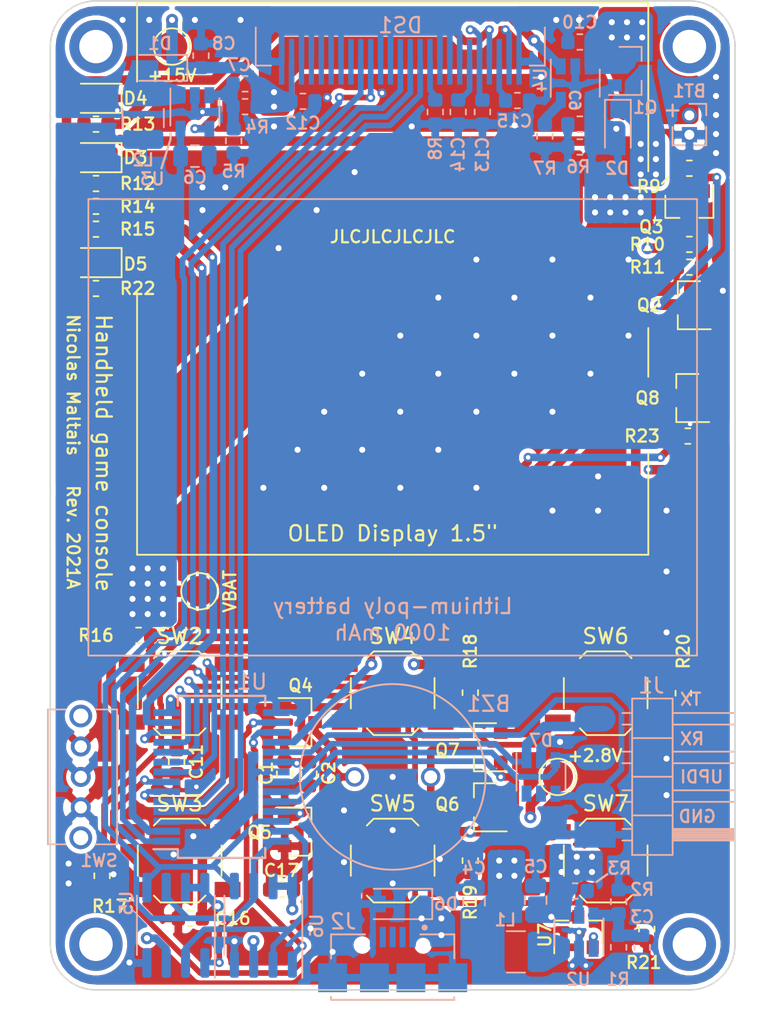
<source format=kicad_pcb>
(kicad_pcb (version 20171130) (host pcbnew 5.1.5+dfsg1-2build2)
  (title_block (title "Handheld game console") (date 2021-11-16) (rev 2021A))
  (layers (0 F.Cu signal) (1 In1.Cu power) (2 In2.Cu power) (31 B.Cu signal) (34 B.Paste user hide) (35 F.Paste user hide) (36 B.SilkS user) (37 F.SilkS user) (38 B.Mask user) (39 F.Mask user) (44 Edge.Cuts user hide))
  (net 0 "")
  (net 1 GND)
  (net 2 "Net-(BT1-Pad1)")
  (net 3 "Net-(BZ1-Pad1)")
  (net 4 "Net-(BZ1-Pad2)")
  (net 5 +2V8)
  (net 6 "Net-(C3-Pad2)")
  (net 7 VBAT)
  (net 8 +15V)
  (net 9 VBUS)
  (net 10 "Net-(C14-Pad2)")
  (net 11 "Net-(D3-Pad1)")
  (net 12 "Net-(D4-Pad2)")
  (net 13 "Net-(DS1-Pad10)")
  (net 14 "Net-(DS1-Pad18)")
  (net 15 "Net-(J2-Pad2)")
  (net 16 "Net-(J2-Pad3)")
  (net 17 "Net-(L1-Pad1)")
  (net 18 "Net-(D1-Pad2)")
  (net 19 "Net-(D2-Pad1)")
  (net 20 "Net-(Q2-Pad3)")
  (net 21 "Net-(R3-Pad2)")
  (net 22 "Net-(R7-Pad1)")
  (net 23 "Net-(C7-Pad2)")
  (net 24 "Net-(C15-Pad2)")
  (net 25 /DS_SS)
  (net 26 /DS_RES)
  (net 27 /DS_DC)
  (net 28 /SCK)
  (net 29 /MOSI)
  (net 30 /PORT_TX)
  (net 31 /PORT_RX)
  (net 32 /UPDI)
  (net 33 /EN_VBAT_LVL)
  (net 34 /BUZZER+)
  (net 35 /BUZZER-)
  (net 36 /VBAT_LVL)
  (net 37 /power/BAT_STAT)
  (net 38 /CHARGING)
  (net 39 /BTN0)
  (net 40 /BTN1)
  (net 41 /BTN2)
  (net 42 /BTN3)
  (net 43 /BTN4)
  (net 44 /BTN5)
  (net 45 /MISO)
  (net 46 /EEPROM_SS)
  (net 47 /FLASH_SS)
  (net 48 /STATUS_LED)
  (net 49 /EN_15V)
  (net 50 "Net-(D5-Pad1)")
  (net 51 "Net-(D7-Pad5)")
  (net 52 "Net-(D7-Pad6)")
  (net 53 "Net-(U2-Pad1)")
  (net 54 "Net-(Q3-Pad3)")
  (net 55 /POWER_MON)
  (net 56 "Net-(J2-Pad4)")
  (module Resistor_SMD:R_0603_1608Metric (layer F.Cu) (at 123 75 180)
    (fp_text reference R15 (at -4 0 180) (layer F.SilkS) (effects (font (size 0.8 0.8)) (justify right)))
    (fp_text value 56k)
    (pad 1 smd roundrect (at -0.7875 0 180) (size 0.875 0.95) (layers F.Cu F.Paste F.Mask) (net 38 /CHARGING))
    (pad 2 smd roundrect (at 0.7875 0 180) (size 0.875 0.95) (layers F.Cu F.Paste F.Mask) (net 1 GND))
  )
  (module Resistor_SMD:R_0603_1608Metric (layer F.Cu) (at 123 73.5)
    (fp_text reference R14 (at 4 0 180) (layer F.SilkS) (effects (font (size 0.8 0.8)) (justify right)))
    (fp_text value 43k)
    (pad 1 smd roundrect (at -0.7875 0) (size 0.875 0.95) (layers F.Cu F.Paste F.Mask) (net 37 /power/BAT_STAT))
    (pad 2 smd roundrect (at 0.7875 0) (size 0.875 0.95) (layers F.Cu F.Paste F.Mask) (net 38 /CHARGING))
  )
  (module Diode_SMD:D_0805_2012Metric (layer F.Cu) (at 123 77.2 180)
    (fp_text reference D5 (at -2.6 -0.1 180) (layer F.SilkS) (effects (font (size 0.8 0.8))))
    (fp_text value LED)
    (pad 2 smd roundrect (at 0.9375 0 180) (size 0.975 1.4) (layers F.Cu F.Paste F.Mask) (net 48 /STATUS_LED))
    (pad 1 smd roundrect (at -0.9375 0 180) (size 0.975 1.4) (layers F.Cu F.Paste F.Mask) (net 50 "Net-(D5-Pad1)"))
  )
  (module Diode_SMD:D_0805_2012Metric (layer F.Cu) (at 123 66.4 180)
    (fp_text reference D4 (at -2.6 0) (layer F.SilkS) (effects (font (size 0.8 0.8))))
    (fp_text value Complete)
    (pad 2 smd roundrect (at 0.9375 0 180) (size 0.975 1.4) (layers F.Cu F.Paste F.Mask) (net 12 "Net-(D4-Pad2)"))
    (pad 1 smd roundrect (at -0.9375 0 180) (size 0.975 1.4) (layers F.Cu F.Paste F.Mask) (net 1 GND))
  )
  (module Diode_SMD:D_0805_2012Metric (layer F.Cu) (at 123 70.3 180)
    (fp_text reference D3 (at -2.6 0) (layer F.SilkS) (effects (font (size 0.8 0.8))))
    (fp_text value Charging)
    (pad 2 smd roundrect (at 0.9375 0 180) (size 0.975 1.4) (layers F.Cu F.Paste F.Mask) (net 9 VBUS))
    (pad 1 smd roundrect (at -0.9375 0 180) (size 0.975 1.4) (layers F.Cu F.Paste F.Mask) (net 11 "Net-(D3-Pad1)"))
  )
  (module TestPoint:TestPoint_Pad_D2.0mm (layer F.Cu) (at 128 63)
    (fp_text reference TP1 hide)
    (fp_text value +15V)
    (pad 1 smd circle (at 0 0) (size 2 2) (layers F.Cu F.Mask) (net 8 +15V))
  )
  (module console:Debug_Port (layer B.Cu) (at 156.8 114.8)
    (fp_text reference J1 (at 2.7 -9.8) (layer B.SilkS) (effects (justify mirror)))
    (fp_text value "Debug Port")
    (fp_text user TX (at 4.5 -8.9) (layer B.SilkS) (effects (font (size 0.8 0.8)) (justify right mirror)))
    (fp_text user RX (at 4.5 -6.3) (layer B.SilkS) (effects (font (size 0.8 0.8)) (justify right mirror)))
    (fp_text user UPDI (at 4.5 -3.8) (layer B.SilkS) (effects (font (size 0.8 0.8)) (justify right mirror)))
    (fp_text user GND (at 4.4 -1.2) (layer B.SilkS) (effects (font (size 0.8 0.8)) (justify right mirror)))
    (pad 1 smd rect (at -1 0) (size 2.7 1.7) (layers B.Cu B.Paste B.Mask) (net 1 GND))
    (pad 2 smd oval (at -1 -2.54) (size 2.7 1.7) (layers B.Cu B.Paste B.Mask) (net 32 /UPDI))
    (pad 3 smd oval (at -1 -5.08) (size 2.7 1.7) (layers B.Cu B.Paste B.Mask) (net 31 /PORT_RX))
    (pad 4 smd oval (at -1 -7.62) (size 2.7 1.7) (layers B.Cu B.Paste B.Mask) (net 30 /PORT_TX))
  )
  (module console:Battery-804030 (layer B.Cu) (at 162 67.525 180)
    (fp_text reference BT1 (at 0 1.6 180) (layer B.SilkS) (effects (font (size 0.8 0.8)) (justify mirror)))
    (fp_text value 804030)
    (fp_text user + (at 1.1 0.4) (layer B.SilkS) (effects (justify mirror)))
    (fp_text user "Lithium-poly battery" (at 19.5 -32.25) (layer B.SilkS) (effects (justify mirror)))
    (fp_text user "1000 mAh" (at 19.5 -34) (layer B.SilkS) (effects (justify mirror)))
    (pad 1 thru_hole oval (at 0 0 180) (size 1 1) (drill 0.65) (layers *.Cu *.Mask) (net 2 "Net-(BT1-Pad1)"))
    (pad 2 thru_hole rect (at 0 -1.27 90) (size 1 1) (drill 0.65) (layers *.Cu *.Mask) (net 1 GND))
  )
  (module console:ER-OLED015-3 (layer F.Cu) (at 143 64 180)
    (fp_text reference DS1 (at 0 2.395 unlocked) (layer B.SilkS) (effects (justify mirror)))
    (fp_text value ER-OLED015-3)
    (fp_text user "OLED Display 1.5\"" (at 0.5 -31 unlocked) (layer F.SilkS))
    (pad 1 smd rect (at -7.805 0.005 180) (size 0.35 3) (layers B.Cu B.Paste B.Mask) (net 1 GND))
    (pad 2 smd rect (at -7.155 0.005 180) (size 0.35 3) (layers B.Cu B.Paste B.Mask) (net 8 +15V))
    (pad 3 smd rect (at -6.505 0.005 180) (size 0.35 3) (layers B.Cu B.Paste B.Mask) (net 24 "Net-(C15-Pad2)"))
    (pad 4 smd rect (at -5.855 0.005 180) (size 0.35 3) (layers B.Cu B.Paste B.Mask) (net 49 /EN_15V))
    (pad 5 smd rect (at -5.205 0.005 180) (size 0.35 3) (layers B.Cu B.Paste B.Mask) (net 5 +2V8))
    (pad 6 smd rect (at -4.555 0.005 180) (size 0.35 3) (layers B.Cu B.Paste B.Mask) (net 10 "Net-(C14-Pad2)"))
    (pad 7 smd rect (at -3.905 0.005 180) (size 0.35 3) (layers B.Cu B.Paste B.Mask) (net 1 GND))
    (pad 8 smd rect (at -3.255 0.005 180) (size 0.35 3) (layers B.Cu B.Paste B.Mask) (net 1 GND))
    (pad 9 smd rect (at -2.605 0.005 180) (size 0.35 3) (layers B.Cu B.Paste B.Mask) (net 1 GND))
    (pad 10 smd rect (at -1.955 0.005 180) (size 0.35 3) (layers B.Cu B.Paste B.Mask) (net 13 "Net-(DS1-Pad10)"))
    (pad 11 smd rect (at -1.305 0.005 180) (size 0.35 3) (layers B.Cu B.Paste B.Mask) (net 25 /DS_SS))
    (pad 12 smd rect (at -0.655 0.005 180) (size 0.35 3) (layers B.Cu B.Paste B.Mask) (net 26 /DS_RES))
    (pad 13 smd rect (at -0.005 0.005 180) (size 0.35 3) (layers B.Cu B.Paste B.Mask) (net 27 /DS_DC))
    (pad 14 smd rect (at 0.645 0.005 180) (size 0.35 3) (layers B.Cu B.Paste B.Mask) (net 1 GND))
    (pad 15 smd rect (at 1.295 0.005 180) (size 0.35 3) (layers B.Cu B.Paste B.Mask) (net 1 GND))
    (pad 16 smd rect (at 1.945 0.005 180) (size 0.35 3) (layers B.Cu B.Paste B.Mask) (net 28 /SCK))
    (pad 17 smd rect (at 2.595 0.005 180) (size 0.35 3) (layers B.Cu B.Paste B.Mask) (net 29 /MOSI))
    (pad 18 smd rect (at 3.245 0.005 180) (size 0.35 3) (layers B.Cu B.Paste B.Mask) (net 14 "Net-(DS1-Pad18)"))
    (pad 19 smd rect (at 3.895 0.005 180) (size 0.35 3) (layers B.Cu B.Paste B.Mask) (net 1 GND))
    (pad 20 smd rect (at 4.545 0.005 180) (size 0.35 3) (layers B.Cu B.Paste B.Mask) (net 1 GND))
    (pad 21 smd rect (at 5.195 0.005 180) (size 0.35 3) (layers B.Cu B.Paste B.Mask) (net 1 GND))
    (pad 22 smd rect (at 5.845 0.005 180) (size 0.35 3) (layers B.Cu B.Paste B.Mask) (net 1 GND))
    (pad 23 smd rect (at 6.495 0.005 180) (size 0.35 3) (layers B.Cu B.Paste B.Mask) (net 1 GND))
    (pad 24 smd rect (at 7.145 0.005 180) (size 0.35 3) (layers B.Cu B.Paste B.Mask) (net 8 +15V))
    (pad 25 smd rect (at 7.795 0.005 180) (size 0.35 3) (layers B.Cu B.Paste B.Mask) (net 1 GND))
  )
  (module console:1825232-1 (layer B.Cu) (at 122 113 90)
    (fp_text reference SW1 (at -3.5 1.2 180) (layer B.SilkS) (effects (font (size 0.8 0.8)) (justify mirror)))
    (fp_text value ON/OFF hide)
    (pad 1 thru_hole circle (at -0.000001 0 90) (size 1.3208 1.3208) (drill 0.8128) (layers *.Cu *.Mask) (net 1 GND))
    (pad 2 thru_hole circle (at 2 0 90) (size 1.3208 1.3208) (drill 0.8128) (layers *.Cu *.Mask) (net 7 VBAT))
    (pad 3 thru_hole circle (at 4.000001 0 90) (size 1.3208 1.3208) (drill 0.8128) (layers *.Cu *.Mask) (net 19 "Net-(D2-Pad1)"))
    (pad 4 thru_hole circle (at -2 0 90) (size 1.4986 1.4986) (drill 0.9906) (layers *.Cu *.Mask))
    (pad 5 thru_hole circle (at 6 0 90) (size 1.4986 1.4986) (drill 0.9906) (layers *.Cu *.Mask))
  )
  (module console:CUI_UJ2-MIBH-G-SMT-TR (layer B.Cu) (at 142.5 124.2 180)
    (fp_text reference J2 (at 3.25 3.7) (layer B.SilkS) (effects (justify mirror)))
    (fp_text value "USB B Micro")
    (pad 1 smd rect (at -1.3 2.675 180) (size 0.4 1.35) (layers B.Cu B.Paste B.Mask) (net 9 VBUS))
    (pad 2 smd rect (at -0.65 2.675 180) (size 0.4 1.35) (layers B.Cu B.Paste B.Mask) (net 15 "Net-(J2-Pad2)"))
    (pad 3 smd rect (at 0 2.675 180) (size 0.4 1.35) (layers B.Cu B.Paste B.Mask) (net 16 "Net-(J2-Pad3)"))
    (pad 4 smd rect (at 0.65 2.675 180) (size 0.4 1.35) (layers B.Cu B.Paste B.Mask) (net 56 "Net-(J2-Pad4)"))
    (pad 5 smd rect (at 1.3 2.675 180) (size 0.4 1.35) (layers B.Cu B.Paste B.Mask) (net 1 GND))
    (pad 6 smd rect (at -3.95 0 180) (size 1.9 1.9) (layers B.Cu B.Paste B.Mask) (net 1 GND))
    (pad 6 smd rect (at -1.2 0 180) (size 1.9 1.9) (layers B.Cu B.Paste B.Mask) (net 1 GND))
    (pad 6 smd rect (at 1.2 0 180) (size 1.9 1.9) (layers B.Cu B.Paste B.Mask) (net 1 GND))
    (pad 6 smd rect (at 3.95 0 180) (size 1.9 1.9) (layers B.Cu B.Paste B.Mask) (net 1 GND))
    (pad None np_thru_hole circle (at -2 2.15 180) (size 0.55 0.55) (drill 0.55) (layers *.Cu *.Mask))
    (pad None np_thru_hole circle (at 2 2.15 180) (size 0.55 0.55) (drill 0.55) (layers *.Cu *.Mask))
  )
  (module TestPoint:TestPoint_Pad_D2.0mm (layer F.Cu) (at 129.8 98.8)
    (fp_text reference TP3 hide)
    (fp_text value VBAT)
    (pad 1 smd circle (at 0 0) (size 2 2) (layers F.Cu F.Mask) (net 7 VBAT))
  )
  (module TestPoint:TestPoint_Pad_D2.0mm (layer F.Cu) (at 153.35 111)
    (fp_text reference TP2 hide)
    (fp_text value +2.8V)
    (pad 1 smd circle (at 0 0) (size 2 2) (layers F.Cu F.Mask) (net 5 +2V8))
  )
  (module Capacitor_SMD:C_0603_1608Metric (layer F.Cu) (at 128.3 110 270)
    (fp_text reference C11 (at 0 -1.3 90) (layer F.SilkS) (effects (font (size 0.8 0.8))))
    (fp_text value 0.1uF)
    (pad 2 smd roundrect (at 0.7875 0 270) (size 0.875 0.95) (layers F.Cu F.Paste F.Mask) (net 1 GND))
    (pad 1 smd roundrect (at -0.7875 0 270) (size 0.875 0.95) (layers F.Cu F.Paste F.Mask) (net 5 +2V8))
  )
  (module Package_TO_SOT_SMD:SOT-23 (layer F.Cu) (at 162 73.5 270)
    (fp_text reference Q3 (at 1.35 3.4 180) (layer F.SilkS) (effects (font (size 0.8 0.8)) (justify left)))
    (fp_text value AP2301)
    (pad 3 smd rect (at 1 0 270) (size 0.9 0.8) (layers F.Cu F.Paste F.Mask) (net 54 "Net-(Q3-Pad3)"))
    (pad 2 smd rect (at -1 0.95 270) (size 0.9 0.8) (layers F.Cu F.Paste F.Mask) (net 7 VBAT))
    (pad 1 smd rect (at -1 -0.95 270) (size 0.9 0.8) (layers F.Cu F.Paste F.Mask) (net 20 "Net-(Q2-Pad3)"))
  )
  (module Resistor_SMD:R_0603_1608Metric (layer F.Cu) (at 125.8 101.7)
    (fp_text reference R16 (at -2.8 0) (layer F.SilkS) (effects (font (size 0.8 0.8))))
    (fp_text value 10k)
    (pad 2 smd roundrect (at 0.7875 0) (size 0.875 0.95) (layers F.Cu F.Paste F.Mask) (net 1 GND))
    (pad 1 smd roundrect (at -0.7875 0) (size 0.875 0.95) (layers F.Cu F.Paste F.Mask) (net 39 /BTN0))
  )
  (module console:XDCR_PS1240P02CT3 (layer B.Cu) (at 142.5 111)
    (fp_text reference BZ1 (at 6.3 -4.8) (layer B.SilkS) (effects (justify mirror)))
    (fp_text value Buzzer)
    (pad 1 thru_hole circle (at -2.5 0) (size 1.28 1.28) (drill 0.85) (layers *.Cu *.Mask) (net 3 "Net-(BZ1-Pad1)"))
    (pad 2 thru_hole circle (at 2.5 0) (size 1.28 1.28) (drill 0.85) (layers *.Cu *.Mask) (net 4 "Net-(BZ1-Pad2)"))
  )
  (module Button_Switch_SMD:SW_SPST_TL3342 (layer F.Cu) (at 128.5 116.5)
    (fp_text reference SW3 (at 0 -3.75) (layer F.SilkS))
    (fp_text value SW_Push)
    (pad 1 smd rect (at -3.15 -1.9) (size 1.7 1) (layers F.Cu F.Paste F.Mask) (net 5 +2V8))
    (pad 1 smd rect (at 3.15 -1.9) (size 1.7 1) (layers F.Cu F.Paste F.Mask) (net 5 +2V8))
    (pad 2 smd rect (at -3.15 1.9) (size 1.7 1) (layers F.Cu F.Paste F.Mask) (net 40 /BTN1))
    (pad 2 smd rect (at 3.15 1.9) (size 1.7 1) (layers F.Cu F.Paste F.Mask) (net 40 /BTN1))
  )
  (module Package_SO:SSOP-28_5.3x10.2mm_P0.65mm (layer B.Cu) (at 131.25 111)
    (fp_text reference U1 (at 2 -6.25) (layer B.SilkS) (effects (justify mirror)))
    (fp_text value ATmega3208)
    (pad 28 smd rect (at 3.6 4.225) (size 1.75 0.45) (layers B.Cu B.Paste B.Mask) (net 28 /SCK))
    (pad 27 smd rect (at 3.6 3.575) (size 1.75 0.45) (layers B.Cu B.Paste B.Mask) (net 45 /MISO))
    (pad 26 smd rect (at 3.6 2.925) (size 1.75 0.45) (layers B.Cu B.Paste B.Mask) (net 29 /MOSI))
    (pad 25 smd rect (at 3.6 2.275) (size 1.75 0.45) (layers B.Cu B.Paste B.Mask) (net 34 /BUZZER+))
    (pad 24 smd rect (at 3.6 1.625) (size 1.75 0.45) (layers B.Cu B.Paste B.Mask) (net 35 /BUZZER-))
    (pad 23 smd rect (at 3.6 0.975) (size 1.75 0.45) (layers B.Cu B.Paste B.Mask) (net 31 /PORT_RX))
    (pad 22 smd rect (at 3.6 0.325) (size 1.75 0.45) (layers B.Cu B.Paste B.Mask) (net 30 /PORT_TX))
    (pad 21 smd rect (at 3.6 -0.325) (size 1.75 0.45) (layers B.Cu B.Paste B.Mask) (net 1 GND))
    (pad 20 smd rect (at 3.6 -0.975) (size 1.75 0.45) (layers B.Cu B.Paste B.Mask) (net 5 +2V8))
    (pad 19 smd rect (at 3.6 -1.625) (size 1.75 0.45) (layers B.Cu B.Paste B.Mask) (net 32 /UPDI))
    (pad 18 smd rect (at 3.6 -2.275) (size 1.75 0.45) (layers B.Cu B.Paste B.Mask) (net 33 /EN_VBAT_LVL))
    (pad 17 smd rect (at 3.6 -2.925) (size 1.75 0.45) (layers B.Cu B.Paste B.Mask) (net 46 /EEPROM_SS))
    (pad 16 smd rect (at 3.6 -3.575) (size 1.75 0.45) (layers B.Cu B.Paste B.Mask) (net 47 /FLASH_SS))
    (pad 15 smd rect (at 3.6 -4.225) (size 1.75 0.45) (layers B.Cu B.Paste B.Mask) (net 1 GND))
    (pad 14 smd rect (at -3.6 -4.225) (size 1.75 0.45) (layers B.Cu B.Paste B.Mask) (net 5 +2V8))
    (pad 13 smd rect (at -3.6 -3.575) (size 1.75 0.45) (layers B.Cu B.Paste B.Mask) (net 38 /CHARGING))
    (pad 12 smd rect (at -3.6 -2.925) (size 1.75 0.45) (layers B.Cu B.Paste B.Mask) (net 36 /VBAT_LVL))
    (pad 11 smd rect (at -3.6 -2.275) (size 1.75 0.45) (layers B.Cu B.Paste B.Mask) (net 44 /BTN5))
    (pad 10 smd rect (at -3.6 -1.625) (size 1.75 0.45) (layers B.Cu B.Paste B.Mask) (net 43 /BTN4))
    (pad 9 smd rect (at -3.6 -0.975) (size 1.75 0.45) (layers B.Cu B.Paste B.Mask) (net 42 /BTN3))
    (pad 8 smd rect (at -3.6 -0.325) (size 1.75 0.45) (layers B.Cu B.Paste B.Mask) (net 41 /BTN2))
    (pad 7 smd rect (at -3.6 0.325) (size 1.75 0.45) (layers B.Cu B.Paste B.Mask) (net 40 /BTN1))
    (pad 6 smd rect (at -3.6 0.975) (size 1.75 0.45) (layers B.Cu B.Paste B.Mask) (net 39 /BTN0))
    (pad 5 smd rect (at -3.6 1.625) (size 1.75 0.45) (layers B.Cu B.Paste B.Mask) (net 27 /DS_DC))
    (pad 4 smd rect (at -3.6 2.275) (size 1.75 0.45) (layers B.Cu B.Paste B.Mask) (net 26 /DS_RES))
    (pad 3 smd rect (at -3.6 2.925) (size 1.75 0.45) (layers B.Cu B.Paste B.Mask) (net 25 /DS_SS))
    (pad 2 smd rect (at -3.6 3.575) (size 1.75 0.45) (layers B.Cu B.Paste B.Mask) (net 48 /STATUS_LED))
    (pad 1 smd rect (at -3.6 4.225) (size 1.75 0.45) (layers B.Cu B.Paste B.Mask) (net 55 /POWER_MON))
  )
  (module Package_TO_SOT_SMD:SOT-23 (layer F.Cu) (at 161.9 86.1 180)
    (fp_text reference Q8 (at 1.75 0) (layer F.SilkS) (effects (font (size 0.8 0.8)) (justify right)))
    (fp_text value AP2301)
    (pad 3 smd rect (at 1 0 180) (size 0.9 0.8) (layers F.Cu F.Paste F.Mask) (net 55 /POWER_MON))
    (pad 2 smd rect (at -1 0.95 180) (size 0.9 0.8) (layers F.Cu F.Paste F.Mask) (net 5 +2V8))
    (pad 1 smd rect (at -1 -0.95 180) (size 0.9 0.8) (layers F.Cu F.Paste F.Mask) (net 7 VBAT))
  )
  (module Resistor_SMD:R_0603_1608Metric (layer F.Cu) (at 161.9 88.6)
    (fp_text reference R23 (at -1.75 0 180) (layer F.SilkS) (effects (font (size 0.8 0.8)) (justify right)))
    (fp_text value 100k)
    (pad 1 smd roundrect (at -0.7875 0) (size 0.875 0.95) (layers F.Cu F.Paste F.Mask) (net 55 /POWER_MON))
    (pad 2 smd roundrect (at 0.7875 0) (size 0.875 0.95) (layers F.Cu F.Paste F.Mask) (net 1 GND))
  )
  (module Resistor_SMD:R_0603_1608Metric (layer F.Cu) (at 147.6 105.4625 90)
    (fp_text reference R18 (at 2.7125 0 90) (layer F.SilkS) (effects (font (size 0.8 0.8))))
    (fp_text value 10k)
    (pad 1 smd roundrect (at -0.7875 0 90) (size 0.875 0.95) (layers F.Cu F.Paste F.Mask) (net 41 /BTN2))
    (pad 2 smd roundrect (at 0.7875 0 90) (size 0.875 0.95) (layers F.Cu F.Paste F.Mask) (net 1 GND))
  )
  (module Button_Switch_SMD:SW_SPST_TL3342 (layer F.Cu) (at 156.5 116.5)
    (fp_text reference SW7 (at 0 -3.75) (layer F.SilkS))
    (fp_text value SW_Push)
    (pad 1 smd rect (at -3.15 -1.9) (size 1.7 1) (layers F.Cu F.Paste F.Mask) (net 5 +2V8))
    (pad 1 smd rect (at 3.15 -1.9) (size 1.7 1) (layers F.Cu F.Paste F.Mask) (net 5 +2V8))
    (pad 2 smd rect (at -3.15 1.9) (size 1.7 1) (layers F.Cu F.Paste F.Mask) (net 44 /BTN5))
    (pad 2 smd rect (at 3.15 1.9) (size 1.7 1) (layers F.Cu F.Paste F.Mask) (net 44 /BTN5))
  )
  (module Button_Switch_SMD:SW_SPST_TL3342 (layer F.Cu) (at 156.5 105.5)
    (fp_text reference SW6 (at 0 -3.75) (layer F.SilkS))
    (fp_text value SW_Push)
    (pad 1 smd rect (at -3.15 -1.9) (size 1.7 1) (layers F.Cu F.Paste F.Mask) (net 5 +2V8))
    (pad 1 smd rect (at 3.15 -1.9) (size 1.7 1) (layers F.Cu F.Paste F.Mask) (net 5 +2V8))
    (pad 2 smd rect (at -3.15 1.9) (size 1.7 1) (layers F.Cu F.Paste F.Mask) (net 43 /BTN4))
    (pad 2 smd rect (at 3.15 1.9) (size 1.7 1) (layers F.Cu F.Paste F.Mask) (net 43 /BTN4))
  )
  (module Button_Switch_SMD:SW_SPST_TL3342 (layer F.Cu) (at 142.5 116.5)
    (fp_text reference SW5 (at 0 -3.75) (layer F.SilkS))
    (fp_text value SW_Push)
    (pad 2 smd rect (at 3.15 1.9) (size 1.7 1) (layers F.Cu F.Paste F.Mask) (net 42 /BTN3))
    (pad 2 smd rect (at -3.15 1.9) (size 1.7 1) (layers F.Cu F.Paste F.Mask) (net 42 /BTN3))
    (pad 1 smd rect (at 3.15 -1.9) (size 1.7 1) (layers F.Cu F.Paste F.Mask) (net 5 +2V8))
    (pad 1 smd rect (at -3.15 -1.9) (size 1.7 1) (layers F.Cu F.Paste F.Mask) (net 5 +2V8))
  )
  (module Button_Switch_SMD:SW_SPST_TL3342 (layer F.Cu) (at 142.5 105.5)
    (fp_text reference SW4 (at 0 -3.75) (layer F.SilkS))
    (fp_text value SW_Push)
    (pad 1 smd rect (at -3.15 -1.9) (size 1.7 1) (layers F.Cu F.Paste F.Mask) (net 5 +2V8))
    (pad 1 smd rect (at 3.15 -1.9) (size 1.7 1) (layers F.Cu F.Paste F.Mask) (net 5 +2V8))
    (pad 2 smd rect (at -3.15 1.9) (size 1.7 1) (layers F.Cu F.Paste F.Mask) (net 41 /BTN2))
    (pad 2 smd rect (at 3.15 1.9) (size 1.7 1) (layers F.Cu F.Paste F.Mask) (net 41 /BTN2))
  )
  (module Button_Switch_SMD:SW_SPST_TL3342 (layer F.Cu) (at 128.5 105.5)
    (fp_text reference SW2 (at 0 -3.75) (layer F.SilkS))
    (fp_text value SW_Push)
    (pad 1 smd rect (at -3.15 -1.9) (size 1.7 1) (layers F.Cu F.Paste F.Mask) (net 5 +2V8))
    (pad 1 smd rect (at 3.15 -1.9) (size 1.7 1) (layers F.Cu F.Paste F.Mask) (net 5 +2V8))
    (pad 2 smd rect (at -3.15 1.9) (size 1.7 1) (layers F.Cu F.Paste F.Mask) (net 39 /BTN0))
    (pad 2 smd rect (at 3.15 1.9) (size 1.7 1) (layers F.Cu F.Paste F.Mask) (net 39 /BTN0))
  )
  (module Package_TO_SOT_SMD:SOT-23-5 (layer B.Cu) (at 154.5 65.4 270)
    (fp_text reference U4 (at -0.2 2.3 270) (layer B.SilkS) (effects (font (size 0.8 0.8)) (justify mirror)))
    (fp_text value MCP73831-2ATI)
    (pad 5 smd rect (at 1.1 0.95 270) (size 1.06 0.65) (layers B.Cu B.Paste B.Mask) (net 22 "Net-(R7-Pad1)"))
    (pad 4 smd rect (at 1.1 -0.95 270) (size 1.06 0.65) (layers B.Cu B.Paste B.Mask) (net 9 VBUS))
    (pad 3 smd rect (at -1.1 -0.95 270) (size 1.06 0.65) (layers B.Cu B.Paste B.Mask) (net 2 "Net-(BT1-Pad1)"))
    (pad 2 smd rect (at -1.1 0 270) (size 1.06 0.65) (layers B.Cu B.Paste B.Mask) (net 1 GND))
    (pad 1 smd rect (at -1.1 0.95 270) (size 1.06 0.65) (layers B.Cu B.Paste B.Mask) (net 37 /power/BAT_STAT))
  )
  (module Package_TO_SOT_SMD:SOT-23-5 (layer B.Cu) (at 129.5 67.3 270)
    (fp_text reference U3 (at 4.4 2.8 180) (layer B.SilkS) (effects (font (size 0.8 0.8)) (justify mirror)))
    (fp_text value MIC2250-2YD5-TR)
    (pad 5 smd rect (at 1.1 0.95 270) (size 1.06 0.65) (layers B.Cu B.Paste B.Mask) (net 7 VBAT))
    (pad 4 smd rect (at 1.1 -0.95 270) (size 1.06 0.65) (layers B.Cu B.Paste B.Mask) (net 49 /EN_15V))
    (pad 3 smd rect (at -1.1 -0.95 270) (size 1.06 0.65) (layers B.Cu B.Paste B.Mask) (net 23 "Net-(C7-Pad2)"))
    (pad 2 smd rect (at -1.1 0 270) (size 1.06 0.65) (layers B.Cu B.Paste B.Mask) (net 1 GND))
    (pad 1 smd rect (at -1.1 0.95 270) (size 1.06 0.65) (layers B.Cu B.Paste B.Mask) (net 18 "Net-(D1-Pad2)"))
  )
  (module Package_TO_SOT_SMD:SOT-23-6 (layer B.Cu) (at 154.75 121.2 90)
    (fp_text reference U2 (at -3.1 -0.05 180) (layer B.SilkS) (effects (font (size 0.8 0.8)) (justify mirror)))
    (fp_text value AP3401KTTR)
    (pad 5 smd rect (at 1.1 0 90) (size 1.06 0.65) (layers B.Cu B.Paste B.Mask) (net 21 "Net-(R3-Pad2)"))
    (pad 6 smd rect (at 1.1 0.95 90) (size 1.06 0.65) (layers B.Cu B.Paste B.Mask) (net 6 "Net-(C3-Pad2)"))
    (pad 4 smd rect (at 1.1 -0.95 90) (size 1.06 0.65) (layers B.Cu B.Paste B.Mask) (net 7 VBAT))
    (pad 3 smd rect (at -1.1 -0.95 90) (size 1.06 0.65) (layers B.Cu B.Paste B.Mask) (net 17 "Net-(L1-Pad1)"))
    (pad 2 smd rect (at -1.1 0 90) (size 1.06 0.65) (layers B.Cu B.Paste B.Mask) (net 1 GND))
    (pad 1 smd rect (at -1.1 0.95 90) (size 1.06 0.65) (layers B.Cu B.Paste B.Mask) (net 53 "Net-(U2-Pad1)"))
  )
  (module Package_TO_SOT_SMD:SOT-23-6 (layer B.Cu) (at 152.25 111 270)
    (fp_text reference D7 (at -2.4 0 180) (layer B.SilkS) (effects (font (size 0.8 0.8)) (justify mirror)))
    (fp_text value D5V0P4URL6SO)
    (pad 5 smd rect (at 1.1 0 270) (size 1.06 0.65) (layers B.Cu B.Paste B.Mask) (net 51 "Net-(D7-Pad5)"))
    (pad 6 smd rect (at 1.1 0.95 270) (size 1.06 0.65) (layers B.Cu B.Paste B.Mask) (net 52 "Net-(D7-Pad6)"))
    (pad 4 smd rect (at 1.1 -0.95 270) (size 1.06 0.65) (layers B.Cu B.Paste B.Mask) (net 32 /UPDI))
    (pad 3 smd rect (at -1.1 -0.95 270) (size 1.06 0.65) (layers B.Cu B.Paste B.Mask) (net 31 /PORT_RX))
    (pad 2 smd rect (at -1.1 0 270) (size 1.06 0.65) (layers B.Cu B.Paste B.Mask) (net 1 GND))
    (pad 1 smd rect (at -1.1 0.95 270) (size 1.06 0.65) (layers B.Cu B.Paste B.Mask) (net 30 /PORT_TX))
  )
  (module Inductor_SMD:L_1210_3225Metric (layer B.Cu) (at 126.1 67.7 90)
    (fp_text reference L2 (at -2.75 0 180) (layer B.SilkS) (effects (font (size 0.8 0.8)) (justify mirror)))
    (fp_text value 10uH)
    (pad 2 smd roundrect (at 1.4 0 90) (size 1.25 2.65) (layers B.Cu B.Paste B.Mask) (roundrect_rratio 0.2) (net 18 "Net-(D1-Pad2)"))
    (pad 1 smd roundrect (at -1.4 0 90) (size 1.25 2.65) (layers B.Cu B.Paste B.Mask) (roundrect_rratio 0.2) (net 7 VBAT))
  )
  (module Inductor_SMD:L_1210_3225Metric (layer B.Cu) (at 150.6 122.5 180)
    (fp_text reference L1 (at 0.7 2.1) (layer B.SilkS) (effects (font (size 0.8 0.8)) (justify mirror)))
    (fp_text value 2.2uH)
    (pad 2 smd roundrect (at 1.4 0 180) (size 1.25 2.65) (layers B.Cu B.Paste B.Mask) (roundrect_rratio 0.2) (net 5 +2V8))
    (pad 1 smd roundrect (at -1.4 0 180) (size 1.25 2.65) (layers B.Cu B.Paste B.Mask) (roundrect_rratio 0.2) (net 17 "Net-(L1-Pad1)"))
  )
  (module Package_TO_SOT_SMD:SOT-23 (layer F.Cu) (at 154.7 121.2 90)
    (fp_text reference U7 (at -0.2 -2.2 90) (layer F.SilkS) (effects (font (size 0.8 0.8))))
    (fp_text value SE809)
    (pad 3 smd rect (at 1 0 90) (size 0.9 0.8) (layers F.Cu F.Paste F.Mask) (net 7 VBAT))
    (pad 2 smd rect (at -1 0.95 90) (size 0.9 0.8) (layers F.Cu F.Paste F.Mask) (net 53 "Net-(U2-Pad1)"))
    (pad 1 smd rect (at -1 -0.95 90) (size 0.9 0.8) (layers F.Cu F.Paste F.Mask) (net 1 GND))
  )
  (module Diode_SMD:D_SOD-123F (layer B.Cu) (at 142.9 119.35 180)
    (fp_text reference D6 (at -3.1 0) (layer B.SilkS) (effects (font (size 0.8 0.8)) (justify mirror)))
    (fp_text value SMF6.0CA)
    (pad 2 smd rect (at 1.4 0 180) (size 1.1 1.1) (layers B.Cu B.Paste B.Mask) (net 1 GND))
    (pad 1 smd rect (at -1.4 0 180) (size 1.1 1.1) (layers B.Cu B.Paste B.Mask) (net 9 VBUS))
  )
  (module Diode_SMD:D_SOD-323_HandSoldering (layer B.Cu) (at 157.3 68.4 270)
    (fp_text reference D2 (at 2.6 0.05) (layer B.SilkS) (effects (font (size 0.8 0.8)) (justify mirror)))
    (fp_text value CUS520)
    (pad 2 smd rect (at 1.25 0 270) (size 1 1) (layers B.Cu B.Paste B.Mask) (net 9 VBUS))
    (pad 1 smd rect (at -1.25 0 270) (size 1 1) (layers B.Cu B.Paste B.Mask) (net 19 "Net-(D2-Pad1)"))
  )
  (module Diode_SMD:D_SOD-323_HandSoldering (layer B.Cu) (at 127.1 64.4 180)
    (fp_text reference D1 (at -0.1 1.6) (layer B.SilkS) (effects (font (size 0.8 0.8)) (justify mirror)))
    (fp_text value CUS520)
    (pad 2 smd rect (at 1.25 0 180) (size 1 1) (layers B.Cu B.Paste B.Mask) (net 18 "Net-(D1-Pad2)"))
    (pad 1 smd rect (at -1.25 0 180) (size 1 1) (layers B.Cu B.Paste B.Mask) (net 8 +15V))
  )
  (module Capacitor_SMD:C_0805_2012Metric (layer B.Cu) (at 151.9 119.1 90)
    (fp_text reference C5 (at 2.2 0 180) (layer B.SilkS) (effects (font (size 0.8 0.8)) (justify mirror)))
    (fp_text value 10uF)
    (pad 2 smd roundrect (at 0.9375 0 90) (size 0.975 1.4) (layers B.Cu B.Paste B.Mask) (net 1 GND))
    (pad 1 smd roundrect (at -0.9375 0 90) (size 0.975 1.4) (layers B.Cu B.Paste B.Mask) (net 7 VBAT))
  )
  (module Resistor_SMD:R_0603_1608Metric (layer F.Cu) (at 123 78.9 180)
    (fp_text reference R22 (at -4 0) (layer F.SilkS) (effects (font (size 0.8 0.8)) (justify right)))
    (fp_text value 470R)
    (pad 2 smd roundrect (at 0.7875 0 180) (size 0.875 0.95) (layers F.Cu F.Paste F.Mask) (net 1 GND))
    (pad 1 smd roundrect (at -0.7875 0 180) (size 0.875 0.95) (layers F.Cu F.Paste F.Mask) (net 50 "Net-(D5-Pad1)"))
  )
  (module Capacitor_SMD:C_0805_2012Metric (layer B.Cu) (at 129.5 70.2)
    (fp_text reference C6 (at 0 1.4) (layer B.SilkS) (effects (font (size 0.8 0.8)) (justify mirror)))
    (fp_text value 10uF)
    (pad 2 smd roundrect (at 0.9375 0) (size 0.975 1.4) (layers B.Cu B.Paste B.Mask) (net 1 GND))
    (pad 1 smd roundrect (at -0.9375 0) (size 0.975 1.4) (layers B.Cu B.Paste B.Mask) (net 7 VBAT))
  )
  (module Capacitor_SMD:C_0805_2012Metric (layer B.Cu) (at 147.85 119.2 90)
    (fp_text reference C4 (at 2.2 0 180) (layer B.SilkS) (effects (font (size 0.8 0.8)) (justify mirror)))
    (fp_text value 10uF)
    (pad 2 smd roundrect (at 0.9375 0 90) (size 0.975 1.4) (layers B.Cu B.Paste B.Mask) (net 1 GND))
    (pad 1 smd roundrect (at -0.9375 0 90) (size 0.975 1.4) (layers B.Cu B.Paste B.Mask) (net 5 +2V8))
  )
  (module Capacitor_SMD:C_0603_1608Metric (layer B.Cu) (at 132.8 65.45 180)
    (fp_text reference C7 (at 0.4 1.25) (layer B.SilkS) (effects (font (size 0.8 0.8)) (justify mirror)))
    (fp_text value 470pF)
    (pad 2 smd roundrect (at 0.7875 0 180) (size 0.875 0.95) (layers B.Cu B.Paste B.Mask) (net 23 "Net-(C7-Pad2)"))
    (pad 1 smd roundrect (at -0.7875 0 180) (size 0.875 0.95) (layers B.Cu B.Paste B.Mask) (net 8 +15V))
  )
  (module Resistor_SMD:R_0603_1608Metric (layer F.Cu) (at 123 68.1 180)
    (fp_text reference R13 (at -4 0) (layer F.SilkS) (effects (font (size 0.8 0.8)) (justify right)))
    (fp_text value 12k)
    (pad 2 smd roundrect (at 0.7875 0 180) (size 0.875 0.95) (layers F.Cu F.Paste F.Mask) (net 12 "Net-(D4-Pad2)"))
    (pad 1 smd roundrect (at -0.7875 0 180) (size 0.875 0.95) (layers F.Cu F.Paste F.Mask) (net 37 /power/BAT_STAT))
  )
  (module Resistor_SMD:R_0603_1608Metric (layer F.Cu) (at 123 72 180)
    (fp_text reference R12 (at -4 0) (layer F.SilkS) (effects (font (size 0.8 0.8)) (justify right)))
    (fp_text value 1.2k)
    (pad 2 smd roundrect (at 0.7875 0 180) (size 0.875 0.95) (layers F.Cu F.Paste F.Mask) (net 37 /power/BAT_STAT))
    (pad 1 smd roundrect (at -0.7875 0 180) (size 0.875 0.95) (layers F.Cu F.Paste F.Mask) (net 11 "Net-(D3-Pad1)"))
  )
  (module Resistor_SMD:R_0603_1608Metric (layer F.Cu) (at 162 77.5 180)
    (fp_text reference R11 (at 1.5 0) (layer F.SilkS) (effects (font (size 0.8 0.8)) (justify right)))
    (fp_text value 20k)
    (pad 2 smd roundrect (at 0.7875 0 180) (size 0.875 0.95) (layers F.Cu F.Paste F.Mask) (net 1 GND))
    (pad 1 smd roundrect (at -0.7875 0 180) (size 0.875 0.95) (layers F.Cu F.Paste F.Mask) (net 36 /VBAT_LVL))
  )
  (module Resistor_SMD:R_0603_1608Metric (layer F.Cu) (at 162 76)
    (fp_text reference R10 (at -1.5 0 180) (layer F.SilkS) (effects (font (size 0.8 0.8)) (justify right)))
    (fp_text value 16k)
    (pad 2 smd roundrect (at 0.7875 0) (size 0.875 0.95) (layers F.Cu F.Paste F.Mask) (net 36 /VBAT_LVL))
    (pad 1 smd roundrect (at -0.7875 0) (size 0.875 0.95) (layers F.Cu F.Paste F.Mask) (net 54 "Net-(Q3-Pad3)"))
  )
  (module Resistor_SMD:R_0603_1608Metric (layer F.Cu) (at 162 71)
    (fp_text reference R9 (at -3.55 1.2) (layer F.SilkS) (effects (font (size 0.8 0.8)) (justify left)))
    (fp_text value 100k)
    (pad 2 smd roundrect (at 0.7875 0) (size 0.875 0.95) (layers F.Cu F.Paste F.Mask) (net 20 "Net-(Q2-Pad3)"))
    (pad 1 smd roundrect (at -0.7875 0) (size 0.875 0.95) (layers F.Cu F.Paste F.Mask) (net 7 VBAT))
  )
  (module Resistor_SMD:R_0603_1608Metric (layer B.Cu) (at 152.5 68.9 270)
    (fp_text reference R7 (at 2.1 0 180) (layer B.SilkS) (effects (font (size 0.8 0.8)) (justify mirror)))
    (fp_text value 3.9k)
    (pad 2 smd roundrect (at 0.7875 0 270) (size 0.875 0.95) (layers B.Cu B.Paste B.Mask) (net 1 GND))
    (pad 1 smd roundrect (at -0.7875 0 270) (size 0.875 0.95) (layers B.Cu B.Paste B.Mask) (net 22 "Net-(R7-Pad1)"))
  )
  (module Resistor_SMD:R_0603_1608Metric (layer B.Cu) (at 154.8 69.6 180)
    (fp_text reference R6 (at 0.1 -1.3) (layer B.SilkS) (effects (font (size 0.8 0.8)) (justify mirror)))
    (fp_text value 10k)
    (pad 2 smd roundrect (at 0.7875 0 180) (size 0.875 0.95) (layers B.Cu B.Paste B.Mask) (net 1 GND))
    (pad 1 smd roundrect (at -0.7875 0 180) (size 0.875 0.95) (layers B.Cu B.Paste B.Mask) (net 9 VBUS))
  )
  (module Resistor_SMD:R_0603_1608Metric (layer B.Cu) (at 132.05 69.2 270)
    (fp_text reference R5 (at 2 0 180) (layer B.SilkS) (effects (font (size 0.8 0.8)) (justify mirror)))
    (fp_text value 82k)
    (pad 2 smd roundrect (at 0.7875 0 270) (size 0.875 0.95) (layers B.Cu B.Paste B.Mask) (net 1 GND))
    (pad 1 smd roundrect (at -0.7875 0 270) (size 0.875 0.95) (layers B.Cu B.Paste B.Mask) (net 23 "Net-(C7-Pad2)"))
  )
  (module Resistor_SMD:R_0603_1608Metric (layer B.Cu) (at 132.8 66.95 180)
    (fp_text reference R4 (at -0.8 -1.35) (layer B.SilkS) (effects (font (size 0.8 0.8)) (justify mirror)))
    (fp_text value 910k)
    (pad 2 smd roundrect (at 0.7875 0 180) (size 0.875 0.95) (layers B.Cu B.Paste B.Mask) (net 23 "Net-(C7-Pad2)"))
    (pad 1 smd roundrect (at -0.7875 0 180) (size 0.875 0.95) (layers B.Cu B.Paste B.Mask) (net 8 +15V))
  )
  (module Resistor_SMD:R_0603_1608Metric (layer B.Cu) (at 154.5 118.5)
    (fp_text reference R3 (at 2.9 -1.5) (layer B.SilkS) (effects (font (size 0.8 0.8)) (justify mirror)))
    (fp_text value 100k)
    (pad 2 smd roundrect (at 0.7875 0) (size 0.875 0.95) (layers B.Cu B.Paste B.Mask) (net 21 "Net-(R3-Pad2)"))
    (pad 1 smd roundrect (at -0.7875 0) (size 0.875 0.95) (layers B.Cu B.Paste B.Mask) (net 7 VBAT))
  )
  (module Resistor_SMD:R_0603_1608Metric (layer B.Cu) (at 157.35 119.2 90)
    (fp_text reference R2 (at 0.8 1.55 180) (layer B.SilkS) (effects (font (size 0.8 0.8)) (justify mirror)))
    (fp_text value 120k)
    (pad 2 smd roundrect (at 0.7875 0 90) (size 0.875 0.95) (layers B.Cu B.Paste B.Mask) (net 1 GND))
    (pad 1 smd roundrect (at -0.7875 0 90) (size 0.875 0.95) (layers B.Cu B.Paste B.Mask) (net 6 "Net-(C3-Pad2)"))
  )
  (module Resistor_SMD:R_0603_1608Metric (layer B.Cu) (at 157.35 122.2 90)
    (fp_text reference R1 (at -2.1 -0.05) (layer B.SilkS) (effects (font (size 0.8 0.8)) (justify mirror)))
    (fp_text value 380k)
    (pad 2 smd roundrect (at 0.7875 0 90) (size 0.875 0.95) (layers B.Cu B.Paste B.Mask) (net 6 "Net-(C3-Pad2)"))
    (pad 1 smd roundrect (at -0.7875 0 90) (size 0.875 0.95) (layers B.Cu B.Paste B.Mask) (net 5 +2V8))
  )
  (module Package_TO_SOT_SMD:SOT-23 (layer F.Cu) (at 162 80 180)
    (fp_text reference Q2 (at 1.75 0) (layer F.SilkS) (effects (font (size 0.8 0.8)) (justify right)))
    (fp_text value Si2302CDS)
    (pad 3 smd rect (at 1 0 180) (size 0.9 0.8) (layers F.Cu F.Paste F.Mask) (net 20 "Net-(Q2-Pad3)"))
    (pad 2 smd rect (at -1 0.95 180) (size 0.9 0.8) (layers F.Cu F.Paste F.Mask) (net 1 GND))
    (pad 1 smd rect (at -1 -0.95 180) (size 0.9 0.8) (layers F.Cu F.Paste F.Mask) (net 33 /EN_VBAT_LVL))
  )
  (module Package_TO_SOT_SMD:SOT-23 (layer B.Cu) (at 158.1 64.6)
    (fp_text reference Q1 (at 1 2.4) (layer B.SilkS) (effects (font (size 0.8 0.8)) (justify mirror)))
    (fp_text value AP2301)
    (pad 3 smd rect (at 1 0) (size 0.9 0.8) (layers B.Cu B.Paste B.Mask) (net 19 "Net-(D2-Pad1)"))
    (pad 2 smd rect (at -1 -0.95) (size 0.9 0.8) (layers B.Cu B.Paste B.Mask) (net 2 "Net-(BT1-Pad1)"))
    (pad 1 smd rect (at -1 0.95) (size 0.9 0.8) (layers B.Cu B.Paste B.Mask) (net 9 VBUS))
  )
  (module Capacitor_SMD:C_0603_1608Metric (layer B.Cu) (at 154.8 62.7 180)
    (fp_text reference C10 (at 0 1.3) (layer B.SilkS) (effects (font (size 0.8 0.8)) (justify mirror)))
    (fp_text value 4.7uF)
    (pad 2 smd roundrect (at 0.7875 0 180) (size 0.875 0.95) (layers B.Cu B.Paste B.Mask) (net 1 GND))
    (pad 1 smd roundrect (at -0.7875 0 180) (size 0.875 0.95) (layers B.Cu B.Paste B.Mask) (net 2 "Net-(BT1-Pad1)"))
  )
  (module Capacitor_SMD:C_0603_1608Metric (layer B.Cu) (at 154.8 68.1 180)
    (fp_text reference C9 (at 0.275 1.575 270) (layer B.SilkS) (effects (font (size 0.7 0.7)) (justify mirror)))
    (fp_text value 4.7uF)
    (pad 2 smd roundrect (at 0.7875 0 180) (size 0.875 0.95) (layers B.Cu B.Paste B.Mask) (net 1 GND))
    (pad 1 smd roundrect (at -0.7875 0 180) (size 0.875 0.95) (layers B.Cu B.Paste B.Mask) (net 9 VBUS))
  )
  (module Capacitor_SMD:C_0603_1608Metric (layer B.Cu) (at 129.9 63.6 90)
    (fp_text reference C8 (at 0.8 1.5) (layer B.SilkS) (effects (font (size 0.8 0.8)) (justify mirror)))
    (fp_text value 2.2uF/25V)
    (pad 2 smd roundrect (at 0.7875 0 90) (size 0.875 0.95) (layers B.Cu B.Paste B.Mask) (net 1 GND))
    (pad 1 smd roundrect (at -0.7875 0 90) (size 0.875 0.95) (layers B.Cu B.Paste B.Mask) (net 8 +15V))
  )
  (module Capacitor_SMD:C_0603_1608Metric (layer B.Cu) (at 158.9 122.2 90)
    (fp_text reference C3 (at 2 0 180) (layer B.SilkS) (effects (font (size 0.8 0.8)) (justify mirror)))
    (fp_text value 22pF)
    (pad 2 smd roundrect (at 0.7875 0 90) (size 0.875 0.95) (layers B.Cu B.Paste B.Mask) (net 6 "Net-(C3-Pad2)"))
    (pad 1 smd roundrect (at -0.7875 0 90) (size 0.875 0.95) (layers B.Cu B.Paste B.Mask) (net 5 +2V8))
  )
  (module MountingHole:MountingHole_2.2mm_M2_ISO7380_Pad (layer F.Cu) (at 162 122)
    (fp_text reference H4 hide)
    (fp_text value MH)
    (pad 1 thru_hole circle (at 0 0) (size 3.5 3.5) (drill 2.2) (layers *.Cu *.Mask))
  )
  (module MountingHole:MountingHole_2.2mm_M2_ISO7380_Pad (layer F.Cu) (at 123 122)
    (fp_text reference H3 hide)
    (fp_text value MH)
    (pad 1 thru_hole circle (at 0 0) (size 3.5 3.5) (drill 2.2) (layers *.Cu *.Mask))
  )
  (module MountingHole:MountingHole_2.2mm_M2_ISO7380_Pad (layer F.Cu) (at 162 63)
    (fp_text reference H2 hide)
    (fp_text value MH)
    (pad 1 thru_hole circle (at 0 0) (size 3.5 3.5) (drill 2.2) (layers *.Cu *.Mask))
  )
  (module MountingHole:MountingHole_2.2mm_M2_ISO7380_Pad (layer F.Cu) (at 123 63)
    (fp_text reference H1 hide)
    (fp_text value MH)
    (pad 1 thru_hole circle (at 0 0) (size 3.5 3.5) (drill 2.2) (layers *.Cu *.Mask))
  )
  (module Package_SO:SO-8_3.9x4.9mm_P1.27mm (layer B.Cu) (at 134 120.75 90)
    (fp_text reference U6 (at -0.05 3.5 270) (layer B.SilkS) (effects (font (size 0.8 0.8)) (justify mirror)))
    (fp_text value FT25C32A)
    (pad 8 smd roundrect (at 2.575 1.905 90) (size 1.75 0.6) (layers B.Cu B.Paste B.Mask) (net 5 +2V8))
    (pad 7 smd roundrect (at 2.575 0.635 90) (size 1.75 0.6) (layers B.Cu B.Paste B.Mask) (net 5 +2V8))
    (pad 6 smd roundrect (at 2.575 -0.635 90) (size 1.75 0.6) (layers B.Cu B.Paste B.Mask) (net 28 /SCK))
    (pad 5 smd roundrect (at 2.575 -1.905 90) (size 1.75 0.6) (layers B.Cu B.Paste B.Mask) (net 29 /MOSI))
    (pad 4 smd roundrect (at -2.575 -1.905 90) (size 1.75 0.6) (layers B.Cu B.Paste B.Mask) (net 1 GND))
    (pad 3 smd roundrect (at -2.575 -0.635 90) (size 1.75 0.6) (layers B.Cu B.Paste B.Mask) (net 5 +2V8))
    (pad 2 smd roundrect (at -2.575 0.635 90) (size 1.75 0.6) (layers B.Cu B.Paste B.Mask) (net 45 /MISO))
    (pad 1 smd roundrect (at -2.575 1.905 90) (size 1.75 0.6) (layers B.Cu B.Paste B.Mask) (net 46 /EEPROM_SS))
  )
  (module Package_SO:SOIC-8_3.9x4.9mm_P1.27mm (layer B.Cu) (at 128.25 120.75 90)
    (fp_text reference U5 (at 1.45 -3.25 90) (layer B.SilkS) (effects (font (size 0.8 0.8)) (justify mirror)))
    (fp_text value AT25SF081B-SSHB-T)
    (pad 8 smd roundrect (at 2.475 1.905 90) (size 1.95 0.6) (layers B.Cu B.Paste B.Mask) (net 5 +2V8))
    (pad 7 smd roundrect (at 2.475 0.635 90) (size 1.95 0.6) (layers B.Cu B.Paste B.Mask) (net 5 +2V8))
    (pad 6 smd roundrect (at 2.475 -0.635 90) (size 1.95 0.6) (layers B.Cu B.Paste B.Mask) (net 28 /SCK))
    (pad 5 smd roundrect (at 2.475 -1.905 90) (size 1.95 0.6) (layers B.Cu B.Paste B.Mask) (net 29 /MOSI))
    (pad 4 smd roundrect (at -2.475 -1.905 90) (size 1.95 0.6) (layers B.Cu B.Paste B.Mask) (net 1 GND))
    (pad 3 smd roundrect (at -2.475 -0.635 90) (size 1.95 0.6) (layers B.Cu B.Paste B.Mask) (net 5 +2V8))
    (pad 2 smd roundrect (at -2.475 0.635 90) (size 1.95 0.6) (layers B.Cu B.Paste B.Mask) (net 45 /MISO))
    (pad 1 smd roundrect (at -2.475 1.905 90) (size 1.95 0.6) (layers B.Cu B.Paste B.Mask) (net 47 /FLASH_SS))
  )
  (module Resistor_SMD:R_0603_1608Metric (layer F.Cu) (at 159.2 121 270)
    (fp_text reference R21 (at 2.2 0.2 180) (layer F.SilkS) (effects (font (size 0.8 0.8))))
    (fp_text value 10k)
    (pad 2 smd roundrect (at 0.7875 0 270) (size 0.875 0.95) (layers F.Cu F.Paste F.Mask) (net 1 GND))
    (pad 1 smd roundrect (at -0.7875 0 270) (size 0.875 0.95) (layers F.Cu F.Paste F.Mask) (net 44 /BTN5))
  )
  (module Resistor_SMD:R_0603_1608Metric (layer F.Cu) (at 161.6 105.5 90)
    (fp_text reference R20 (at 2.75 0 90) (layer F.SilkS) (effects (font (size 0.8 0.8))))
    (fp_text value 10k)
    (pad 2 smd roundrect (at 0.7875 0 90) (size 0.875 0.95) (layers F.Cu F.Paste F.Mask) (net 1 GND))
    (pad 1 smd roundrect (at -0.7875 0 90) (size 0.875 0.95) (layers F.Cu F.Paste F.Mask) (net 43 /BTN4))
  )
  (module Resistor_SMD:R_0603_1608Metric (layer F.Cu) (at 147.6 116.5 90)
    (fp_text reference R19 (at -2.75 0 90) (layer F.SilkS) (effects (font (size 0.8 0.8))))
    (fp_text value 10k)
    (pad 2 smd roundrect (at 0.7875 0 90) (size 0.875 0.95) (layers F.Cu F.Paste F.Mask) (net 1 GND))
    (pad 1 smd roundrect (at -0.7875 0 90) (size 0.875 0.95) (layers F.Cu F.Paste F.Mask) (net 42 /BTN3))
  )
  (module Resistor_SMD:R_0603_1608Metric (layer F.Cu) (at 123.4 117.5 90)
    (fp_text reference R17 (at -2 0.5 180) (layer F.SilkS) (effects (font (size 0.8 0.8))))
    (fp_text value 10k)
    (pad 2 smd roundrect (at 0.7875 0 90) (size 0.875 0.95) (layers F.Cu F.Paste F.Mask) (net 1 GND))
    (pad 1 smd roundrect (at -0.7875 0 90) (size 0.875 0.95) (layers F.Cu F.Paste F.Mask) (net 40 /BTN1))
  )
  (module Resistor_SMD:R_0603_1608Metric (layer B.Cu) (at 145.3 67.3 270)
    (fp_text reference R8 (at 2.4 0 90) (layer B.SilkS) (effects (font (size 0.8 0.8)) (justify mirror)))
    (fp_text value 1.2M)
    (pad 2 smd roundrect (at 0.7875 0 270) (size 0.875 0.95) (layers B.Cu B.Paste B.Mask) (net 1 GND))
    (pad 1 smd roundrect (at -0.7875 0 270) (size 0.875 0.95) (layers B.Cu B.Paste B.Mask) (net 13 "Net-(DS1-Pad10)"))
  )
  (module Package_TO_SOT_SMD:SOT-23 (layer F.Cu) (at 148.6 109.05 180)
    (fp_text reference Q7 (at 2.5 -0.2) (layer F.SilkS) (effects (font (size 0.8 0.8))))
    (fp_text value AP2302 hide)
    (pad 3 smd rect (at 1 0 180) (size 0.9 0.8) (layers F.Cu F.Paste F.Mask) (net 4 "Net-(BZ1-Pad2)"))
    (pad 2 smd rect (at -1 0.95 180) (size 0.9 0.8) (layers F.Cu F.Paste F.Mask) (net 1 GND))
    (pad 1 smd rect (at -1 -0.95 180) (size 0.9 0.8) (layers F.Cu F.Paste F.Mask) (net 35 /BUZZER-))
  )
  (module Package_TO_SOT_SMD:SOT-23 (layer F.Cu) (at 148.6 113 180)
    (fp_text reference Q6 (at 2.5 0.2) (layer F.SilkS) (effects (font (size 0.8 0.8))))
    (fp_text value AP2301 hide)
    (pad 3 smd rect (at 1 0 180) (size 0.9 0.8) (layers F.Cu F.Paste F.Mask) (net 4 "Net-(BZ1-Pad2)"))
    (pad 2 smd rect (at -1 0.95 180) (size 0.9 0.8) (layers F.Cu F.Paste F.Mask) (net 5 +2V8))
    (pad 1 smd rect (at -1 -0.95 180) (size 0.9 0.8) (layers F.Cu F.Paste F.Mask) (net 35 /BUZZER-))
  )
  (module Package_TO_SOT_SMD:SOT-23 (layer F.Cu) (at 136.4 114.6)
    (fp_text reference Q5 (at -2.65 0.05) (layer F.SilkS) (effects (font (size 0.8 0.8))))
    (fp_text value AP2302 hide)
    (pad 3 smd rect (at 1 0) (size 0.9 0.8) (layers F.Cu F.Paste F.Mask) (net 3 "Net-(BZ1-Pad1)"))
    (pad 2 smd rect (at -1 0.95) (size 0.9 0.8) (layers F.Cu F.Paste F.Mask) (net 1 GND))
    (pad 1 smd rect (at -1 -0.95) (size 0.9 0.8) (layers F.Cu F.Paste F.Mask) (net 34 /BUZZER+))
  )
  (module Package_TO_SOT_SMD:SOT-23 (layer F.Cu) (at 136.4 107.4)
    (fp_text reference Q4 (at 0.05 -2.4) (layer F.SilkS) (effects (font (size 0.8 0.8))))
    (fp_text value AP2301 hide)
    (pad 3 smd rect (at 1 0) (size 0.9 0.8) (layers F.Cu F.Paste F.Mask) (net 3 "Net-(BZ1-Pad1)"))
    (pad 2 smd rect (at -1 0.95) (size 0.9 0.8) (layers F.Cu F.Paste F.Mask) (net 5 +2V8))
    (pad 1 smd rect (at -1 -0.95) (size 0.9 0.8) (layers F.Cu F.Paste F.Mask) (net 34 /BUZZER+))
  )
  (module Capacitor_SMD:C_0603_1608Metric (layer F.Cu) (at 135.2 118.4 180)
    (fp_text reference C17 (at 0 1.25) (layer F.SilkS) (effects (font (size 0.8 0.8))))
    (fp_text value 0.1uF)
    (pad 2 smd roundrect (at 0.7875 0 180) (size 0.875 0.95) (layers F.Cu F.Paste F.Mask) (net 1 GND))
    (pad 1 smd roundrect (at -0.7875 0 180) (size 0.875 0.95) (layers F.Cu F.Paste F.Mask) (net 5 +2V8))
  )
  (module Capacitor_SMD:C_0603_1608Metric (layer F.Cu) (at 129.2 120.3 180)
    (fp_text reference C16 (at -2.8 0) (layer F.SilkS) (effects (font (size 0.8 0.8))))
    (fp_text value 0.1uF)
    (pad 2 smd roundrect (at 0.7875 0 180) (size 0.875 0.95) (layers F.Cu F.Paste F.Mask) (net 1 GND))
    (pad 1 smd roundrect (at -0.7875 0 180) (size 0.875 0.95) (layers F.Cu F.Paste F.Mask) (net 5 +2V8))
  )
  (module Capacitor_SMD:C_0603_1608Metric (layer B.Cu) (at 150.7 66.55 180)
    (fp_text reference C15 (at 0.2 -1.35 180) (layer B.SilkS) (effects (font (size 0.8 0.8)) (justify mirror)))
    (fp_text value 4.7uF)
    (pad 2 smd roundrect (at 0.7875 0 180) (size 0.875 0.95) (layers B.Cu B.Paste B.Mask) (net 24 "Net-(C15-Pad2)"))
    (pad 1 smd roundrect (at -0.7875 0 180) (size 0.875 0.95) (layers B.Cu B.Paste B.Mask) (net 1 GND))
  )
  (module Capacitor_SMD:C_0603_1608Metric (layer B.Cu) (at 146.8 67.3 90)
    (fp_text reference C14 (at -2.8 0 270) (layer B.SilkS) (effects (font (size 0.8 0.8)) (justify mirror)))
    (fp_text value 1uF)
    (pad 2 smd roundrect (at 0.7875 0 90) (size 0.875 0.95) (layers B.Cu B.Paste B.Mask) (net 10 "Net-(C14-Pad2)"))
    (pad 1 smd roundrect (at -0.7875 0 90) (size 0.875 0.95) (layers B.Cu B.Paste B.Mask) (net 1 GND))
  )
  (module Capacitor_SMD:C_0603_1608Metric (layer B.Cu) (at 148.4 67.3 270)
    (fp_text reference C13 (at 2.8 0 270) (layer B.SilkS) (effects (font (size 0.8 0.8)) (justify mirror)))
    (fp_text value 1uF)
    (pad 2 smd roundrect (at 0.7875 0 270) (size 0.875 0.95) (layers B.Cu B.Paste B.Mask) (net 1 GND))
    (pad 1 smd roundrect (at -0.7875 0 270) (size 0.875 0.95) (layers B.Cu B.Paste B.Mask) (net 5 +2V8))
  )
  (module Capacitor_SMD:C_0603_1608Metric (layer B.Cu) (at 136.6 66.6)
    (fp_text reference C12 (at 0 1.43) (layer B.SilkS) (effects (font (size 0.8 0.8)) (justify mirror)))
    (fp_text value 4.7uF/25V)
    (pad 2 smd roundrect (at 0.7875 0) (size 0.875 0.95) (layers B.Cu B.Paste B.Mask) (net 1 GND))
    (pad 1 smd roundrect (at -0.7875 0) (size 0.875 0.95) (layers B.Cu B.Paste B.Mask) (net 8 +15V))
  )
  (module Capacitor_SMD:C_0603_1608Metric (layer F.Cu) (at 137 110.8 270)
    (fp_text reference C2 (at -0.05 -1.3 90) (layer F.SilkS) (effects (font (size 0.8 0.8))))
    (fp_text value 0.1uF hide)
    (pad 2 smd roundrect (at 0.7875 0 270) (size 0.875 0.95) (layers F.Cu F.Paste F.Mask) (net 1 GND))
    (pad 1 smd roundrect (at -0.7875 0 270) (size 0.875 0.95) (layers F.Cu F.Paste F.Mask) (net 5 +2V8))
  )
  (module Capacitor_SMD:C_0603_1608Metric (layer F.Cu) (at 135.4 110.8 270)
    (fp_text reference C1 (at -0.05 1.2 90) (layer F.SilkS) (effects (font (size 0.8 0.8))))
    (fp_text value 10nF hide)
    (pad 2 smd roundrect (at 0.7875 0 270) (size 0.875 0.95) (layers F.Cu F.Paste F.Mask) (net 1 GND))
    (pad 1 smd roundrect (at -0.7875 0 270) (size 0.875 0.95) (layers F.Cu F.Paste F.Mask) (net 5 +2V8))
  )
  (gr_text JLCJLCJLCJLC (at 142.5 75.5) (layer F.SilkS) (effects (font (size 0.8 0.8))))
  (gr_text "Rev. 2021A" (at 121.5 95.25 270) (layer F.SilkS) (effects (font (size 0.8 0.8))))
  (gr_text "Nicolas Maltais" (at 121.5 80.5 270) (layer F.SilkS) (effects (font (size 0.8 0.8)) (justify left)))
  (gr_text "Handheld game console" (at 123.5 80.5 270) (layer F.SilkS) (effects (font (size 1 1)) (justify left)))
  (gr_text +2.8V (at 155.8 109.6) (layer F.SilkS) (effects (font (size 0.8 0.8))))
  (gr_text VBAT (at 131.8 98.8 90) (layer F.SilkS) (effects (font (size 0.8 0.8))))
  (gr_text +15V (at 128 64.9) (layer F.SilkS) (effects (font (size 0.8 0.8))))
  (gr_line (start 156.6 117.4) (end 155.9 117.9) (layer B.SilkS) (width 0.15))
  (gr_line (start 160.2 72) (end 160.6 71.6) (layer F.SilkS) (width 0.15))
  (gr_line (start 127.9 69.1) (end 127.9 68.7) (layer B.SilkS) (width 0.15))
  (gr_line (start 127.3 71) (end 127.9 69.1) (layer B.SilkS) (width 0.15))
  (gr_arc (start 162 122) (end 162 125) (angle -90) (layer Edge.Cuts) (width 0.1))
  (gr_arc (start 123 122) (end 120 122) (angle -90) (layer Edge.Cuts) (width 0.1))
  (gr_arc (start 123 63) (end 123 60) (angle -90) (layer Edge.Cuts) (width 0.1))
  (gr_arc (start 162 63) (end 165 63) (angle -90) (layer Edge.Cuts) (width 0.1))
  (gr_line (start 120 122) (end 120 63) (layer Edge.Cuts) (width 0.1))
  (gr_line (start 162 125) (end 123 125) (layer Edge.Cuts) (width 0.1))
  (gr_line (start 165 63) (end 165 122) (layer Edge.Cuts) (width 0.1))
  (gr_line (start 123 60) (end 162 60) (layer Edge.Cuts) (width 0.1))
  (via (at 141.8 66.05) (size 0.6) (drill 0.3) (layers F.Cu B.Cu) (net 1))
  (via (at 162.05 87.8) (size 0.6) (drill 0.3) (layers F.Cu B.Cu) (net 1))
  (via (at 154.75 121.2) (size 0.6) (drill 0.3) (layers F.Cu B.Cu) (net 1))
  (via (at 155.2 123.4) (size 0.6) (drill 0.3) (layers F.Cu B.Cu) (net 1))
  (via (at 154.3 123.4) (size 0.6) (drill 0.3) (layers F.Cu B.Cu) (net 1))
  (via (at 124.15 117.4) (size 0.8) (drill 0.4) (layers F.Cu B.Cu) (net 1))
  (via (at 130 67.3) (size 0.6) (drill 0.3) (layers F.Cu B.Cu) (net 1))
  (segment (start 122 113.000001) (end 122 112.8) (width 0.75) (layer B.Cu) (net 1))
  (segment (start 137.155 63.995) (end 137.155 62.12) (width 0.375) (layer B.Cu) (net 1))
  (segment (start 137.805 63.995) (end 137.805 62.12) (width 0.375) (layer B.Cu) (net 1))
  (segment (start 139.105 63.995) (end 139.105 62.12) (width 0.375) (layer B.Cu) (net 1))
  (segment (start 145.605 63.995) (end 145.605 62.12) (width 0.375) (layer B.Cu) (net 1))
  (segment (start 146.255 63.995) (end 146.255 62.12) (width 0.375) (layer B.Cu) (net 1))
  (segment (start 146.905 63.995) (end 146.905 62.12) (width 0.375) (layer B.Cu) (net 1))
  (segment (start 141.705 63.995) (end 141.705 62.105) (width 0.375) (layer B.Cu) (net 1))
  (segment (start 142.355 63.995) (end 142.355 62.12) (width 0.375) (layer B.Cu) (net 1))
  (segment (start 136.505 63.995) (end 136.505 62.105) (width 0.375) (layer B.Cu) (net 1))
  (segment (start 146.89 62.105) (end 146.905 62.12) (width 0.375) (layer B.Cu) (net 1))
  (segment (start 136.505 62.105) (end 135.205 62.105) (width 0.375) (layer B.Cu) (net 1))
  (via (at 148 77) (size 0.8) (drill 0.4) (layers F.Cu B.Cu) (net 1))
  (via (at 153 77) (size 0.8) (drill 0.4) (layers F.Cu B.Cu) (net 1))
  (via (at 158 77) (size 0.8) (drill 0.4) (layers F.Cu B.Cu) (net 1))
  (via (at 158 82) (size 0.8) (drill 0.4) (layers F.Cu B.Cu) (net 1))
  (via (at 153 82) (size 0.8) (drill 0.4) (layers F.Cu B.Cu) (net 1))
  (via (at 148 82) (size 0.8) (drill 0.4) (layers F.Cu B.Cu) (net 1))
  (via (at 143 82) (size 0.8) (drill 0.4) (layers F.Cu B.Cu) (net 1))
  (via (at 138 87) (size 0.8) (drill 0.4) (layers F.Cu B.Cu) (net 1))
  (via (at 143 87) (size 0.8) (drill 0.4) (layers F.Cu B.Cu) (net 1))
  (via (at 148 87) (size 0.8) (drill 0.4) (layers F.Cu B.Cu) (net 1))
  (via (at 153 87) (size 0.8) (drill 0.4) (layers F.Cu B.Cu) (net 1))
  (via (at 134 92) (size 0.8) (drill 0.4) (layers F.Cu B.Cu) (net 1))
  (via (at 138 92) (size 0.8) (drill 0.4) (layers F.Cu B.Cu) (net 1))
  (via (at 143 92) (size 0.8) (drill 0.4) (layers F.Cu B.Cu) (net 1))
  (via (at 148 92) (size 0.8) (drill 0.4) (layers F.Cu B.Cu) (net 1))
  (via (at 142.5 111) (size 0.8) (drill 0.4) (layers F.Cu B.Cu) (net 1))
  (via (at 142.5 114.5) (size 0.8) (drill 0.4) (layers F.Cu B.Cu) (net 1))
  (via (at 142.5 118) (size 0.8) (drill 0.4) (layers F.Cu B.Cu) (net 1))
  (via (at 153.25 61.25) (size 0.8) (drill 0.4) (layers F.Cu B.Cu) (net 1))
  (via (at 163.75 68.75) (size 0.8) (drill 0.4) (layers F.Cu B.Cu) (net 1))
  (via (at 163.75 67.5) (size 0.8) (drill 0.4) (layers F.Cu B.Cu) (net 1))
  (via (at 163.75 66.25) (size 0.8) (drill 0.4) (layers F.Cu B.Cu) (net 1))
  (via (at 163.75 65) (size 0.8) (drill 0.4) (layers F.Cu B.Cu) (net 1))
  (via (at 163.75 70) (size 0.8) (drill 0.4) (layers F.Cu B.Cu) (net 1))
  (via (at 130 73.75) (size 0.8) (drill 0.4) (layers F.Cu B.Cu) (net 1))
  (via (at 131.5 72.25) (size 0.8) (drill 0.4) (layers F.Cu B.Cu) (net 1))
  (via (at 134.7 68.25) (size 0.8) (drill 0.4) (layers F.Cu B.Cu) (net 1))
  (via (at 128.1 116.1) (size 0.8) (drill 0.4) (layers F.Cu B.Cu) (net 1))
  (via (at 129.4 114.9) (size 0.8) (drill 0.4) (layers F.Cu B.Cu) (net 1))
  (segment (start 154.75 122.95) (end 155.2 123.4) (width 0.625) (layer B.Cu) (net 1))
  (segment (start 154.75 122.3) (end 154.75 122.95) (width 0.625) (layer B.Cu) (net 1))
  (segment (start 154.75 122.95) (end 154.3 123.4) (width 0.625) (layer B.Cu) (net 1))
  (via (at 121.2 116.7) (size 0.8) (drill 0.4) (layers F.Cu B.Cu) (net 1))
  (via (at 121.2 118) (size 0.8) (drill 0.4) (layers F.Cu B.Cu) (net 1))
  (via (at 153 93.5) (size 0.8) (drill 0.4) (layers F.Cu B.Cu) (net 1))
  (via (at 156 93.5) (size 0.8) (drill 0.4) (layers F.Cu B.Cu) (net 1))
  (via (at 156 91.25) (size 0.8) (drill 0.4) (layers F.Cu B.Cu) (net 1))
  (via (at 154.75 61.25) (size 0.8) (drill 0.4) (layers F.Cu B.Cu) (net 1))
  (via (at 132.1 121.8) (size 0.8) (drill 0.4) (layers F.Cu B.Cu) (net 1))
  (segment (start 135.2 62.1) (end 135.205 62.105) (width 0.375) (layer B.Cu) (net 1))
  (segment (start 135.205 63.995) (end 135.2 62.1) (width 0.375) (layer B.Cu) (net 1))
  (segment (start 137.3875 67.075) (end 136.2125 68.25) (width 0.75) (layer B.Cu) (net 1))
  (segment (start 137.3875 66.6) (end 137.3875 67.075) (width 0.75) (layer B.Cu) (net 1))
  (segment (start 145.3 68.0875) (end 148.3875 68.0875) (width 0.625) (layer B.Cu) (net 1))
  (segment (start 154.0125 68.575) (end 154 68.5875) (width 0.625) (layer B.Cu) (net 1))
  (segment (start 154.0125 68.1) (end 154.0125 68.575) (width 0.625) (layer B.Cu) (net 1))
  (segment (start 154.0125 69.6) (end 152.5 69.6) (width 0.625) (layer B.Cu) (net 1))
  (segment (start 151.4875 67.025) (end 150.4125 68.1) (width 0.625) (layer B.Cu) (net 1))
  (segment (start 151.4875 66.55) (end 151.4875 67.025) (width 0.625) (layer B.Cu) (net 1))
  (segment (start 150.4375 68.1) (end 148.9 68.1) (width 0.625) (layer B.Cu) (net 1))
  (segment (start 152.025 69.6875) (end 150.51875 68.18125) (width 0.625) (layer B.Cu) (net 1))
  (segment (start 152.5 69.6875) (end 152.025 69.6875) (width 0.625) (layer B.Cu) (net 1))
  (segment (start 148.9 68.1) (end 148.4 68.1) (width 0.625) (layer B.Cu) (net 1))
  (segment (start 150.4125 68.1) (end 148.9 68.1) (width 0.625) (layer B.Cu) (net 1))
  (segment (start 154.0125 61.9875) (end 154.75 61.25) (width 0.625) (layer B.Cu) (net 1))
  (segment (start 154.0125 62.7) (end 154.0125 61.9875) (width 0.625) (layer B.Cu) (net 1))
  (segment (start 154.0125 62.0125) (end 153.25 61.25) (width 0.625) (layer B.Cu) (net 1))
  (segment (start 154.0125 62.7) (end 154.0125 62.0125) (width 0.625) (layer B.Cu) (net 1))
  (segment (start 163.705 68.795) (end 163.75 68.75) (width 0.625) (layer B.Cu) (net 1))
  (segment (start 162 68.795) (end 163.705 68.795) (width 0.625) (layer B.Cu) (net 1))
  (via (at 132.5 61.25) (size 0.8) (drill 0.4) (layers F.Cu B.Cu) (net 1))
  (segment (start 132.5 61.25) (end 132.75 61.5) (width 0.375) (layer B.Cu) (net 1))
  (segment (start 132.899999 61.649999) (end 134.749999 61.649999) (width 0.375) (layer B.Cu) (net 1))
  (segment (start 134.749999 61.649999) (end 135.2 62.1) (width 0.375) (layer B.Cu) (net 1))
  (via (at 129.5 61.25) (size 0.8) (drill 0.4) (layers F.Cu B.Cu) (net 1))
  (via (at 126.5 61.25) (size 0.8) (drill 0.4) (layers F.Cu B.Cu) (net 1))
  (segment (start 138.475 62.1) (end 138.5 62.1) (width 0.375) (layer B.Cu) (net 1))
  (segment (start 138.455 63.995) (end 138.455 62.12) (width 0.375) (layer B.Cu) (net 1))
  (segment (start 138.5 62.1) (end 146.89 62.105) (width 0.375) (layer B.Cu) (net 1))
  (segment (start 138.455 62.12) (end 138.475 62.1) (width 0.375) (layer B.Cu) (net 1))
  (segment (start 136.505 62.105) (end 138.5 62.1) (width 0.375) (layer B.Cu) (net 1))
  (segment (start 133.6 110.675) (end 133.2 111.075) (width 0.375) (layer B.Cu) (net 1))
  (segment (start 134.85 110.675) (end 133.6 110.675) (width 0.375) (layer B.Cu) (net 1))
  (segment (start 133.2 111.075) (end 133.2 112.6) (width 0.375) (layer B.Cu) (net 1))
  (segment (start 130.9 114.9) (end 129.4 114.9) (width 0.375) (layer B.Cu) (net 1))
  (segment (start 133.2 112.6) (end 130.9 114.9) (width 0.375) (layer B.Cu) (net 1))
  (via (at 145.6 116.4) (size 0.8) (drill 0.4) (layers F.Cu B.Cu) (net 1))
  (via (at 124.4 67.2) (size 0.6) (drill 0.3) (layers F.Cu B.Cu) (net 1))
  (segment (start 134.85 92.85) (end 134 92) (width 0.375) (layer B.Cu) (net 1))
  (segment (start 134.85 106.775) (end 134.85 92.85) (width 0.375) (layer B.Cu) (net 1))
  (via (at 153.5 108.7) (size 0.8) (drill 0.4) (layers F.Cu B.Cu) (net 1))
  (segment (start 152.934315 108.6) (end 153.5 108.6) (width 0.625) (layer B.Cu) (net 1))
  (segment (start 152.722498 108.6) (end 152.934315 108.6) (width 0.625) (layer B.Cu) (net 1))
  (segment (start 152.25 109.072498) (end 152.722498 108.6) (width 0.625) (layer B.Cu) (net 1))
  (segment (start 152.25 109.9) (end 152.25 109.072498) (width 0.625) (layer B.Cu) (net 1))
  (segment (start 154.75 121.2) (end 154.75 122.25) (width 0.375) (layer B.Cu) (net 1))
  (segment (start 146.2875 115.7125) (end 145.6 116.4) (width 0.375) (layer F.Cu) (net 1))
  (segment (start 147.6 115.7125) (end 146.2875 115.7125) (width 0.375) (layer F.Cu) (net 1))
  (segment (start 151.9 118.1625) (end 151.9 116.734498) (width 0.375) (layer B.Cu) (net 1))
  (segment (start 151.9 116.734498) (end 151.9 115.5) (width 0.375) (layer B.Cu) (net 1))
  (segment (start 151.9 115.5) (end 152.7 114.7) (width 0.375) (layer B.Cu) (net 1))
  (segment (start 152.7 114.7) (end 155.7 114.7) (width 0.375) (layer B.Cu) (net 1))
  (via (at 160.5 112.2) (size 0.8) (drill 0.4) (layers F.Cu B.Cu) (net 1))
  (via (at 160.5 109.8) (size 0.8) (drill 0.4) (layers F.Cu B.Cu) (net 1))
  (segment (start 162.05 87.8) (end 162.7 88.45) (width 0.625) (layer F.Cu) (net 1))
  (segment (start 136.2125 68.25) (end 134.7 68.25) (width 0.625) (layer B.Cu) (net 1))
  (via (at 164.2 79.05) (size 0.8) (drill 0.4) (layers F.Cu B.Cu) (net 1))
  (segment (start 141.2 121.525) (end 141.2 119.6) (width 0.375) (layer B.Cu) (net 1))
  (segment (start 141.2 119.6) (end 141.5 119.3) (width 0.375) (layer B.Cu) (net 1))
  (segment (start 128.3 110.7875) (end 128.4805 110.7875) (width 0.625) (layer F.Cu) (net 1))
  (via (at 129.6 111.65) (size 0.6) (drill 0.3) (layers F.Cu B.Cu) (net 1))
  (segment (start 150.51875 68.18125) (end 150.4375 68.1) (width 0.625) (layer B.Cu) (net 1))
  (via (at 150.51875 68.18125) (size 0.8) (drill 0.4) (layers F.Cu B.Cu) (net 1))
  (segment (start 123.4625 116.7125) (end 124.15 117.4) (width 0.625) (layer F.Cu) (net 1))
  (segment (start 123.4 116.7125) (end 123.4625 116.7125) (width 0.625) (layer F.Cu) (net 1))
  (via (at 140.5 89.5) (size 0.8) (drill 0.4) (layers F.Cu B.Cu) (net 1))
  (via (at 145.5 89.5) (size 0.8) (drill 0.4) (layers F.Cu B.Cu) (net 1))
  (via (at 136.25 89.5) (size 0.8) (drill 0.4) (layers F.Cu B.Cu) (net 1))
  (via (at 155.5 84.5) (size 0.8) (drill 0.4) (layers F.Cu B.Cu) (net 1))
  (via (at 150.5 84.5) (size 0.8) (drill 0.4) (layers F.Cu B.Cu) (net 1))
  (via (at 145.5 84.5) (size 0.8) (drill 0.4) (layers F.Cu B.Cu) (net 1))
  (via (at 140.5 84.5) (size 0.8) (drill 0.4) (layers F.Cu B.Cu) (net 1))
  (via (at 145.5 79.5) (size 0.8) (drill 0.4) (layers F.Cu B.Cu) (net 1))
  (via (at 150.5 79.5) (size 0.8) (drill 0.4) (layers F.Cu B.Cu) (net 1))
  (via (at 155.5 79.5) (size 0.8) (drill 0.4) (layers F.Cu B.Cu) (net 1))
  (via (at 140 71.25) (size 0.8) (drill 0.4) (layers F.Cu B.Cu) (net 1))
  (via (at 137.5 73.75) (size 0.8) (drill 0.4) (layers F.Cu B.Cu) (net 1))
  (via (at 135 76.25) (size 0.8) (drill 0.4) (layers F.Cu B.Cu) (net 1))
  (via (at 143.75 68.25) (size 0.8) (drill 0.4) (layers F.Cu B.Cu) (net 1))
  (via (at 152.25 65) (size 0.8) (drill 0.4) (layers F.Cu B.Cu) (net 1))
  (via (at 160.5 93.5) (size 0.8) (drill 0.4) (layers F.Cu B.Cu) (net 1))
  (via (at 160.5 97.5) (size 0.8) (drill 0.4) (layers F.Cu B.Cu) (net 1))
  (via (at 160.5 101.5) (size 0.8) (drill 0.4) (layers F.Cu B.Cu) (net 1))
  (via (at 139.3 116.6) (size 0.8) (drill 0.4) (layers F.Cu B.Cu) (net 1))
  (via (at 139.3 113.2) (size 0.8) (drill 0.4) (layers F.Cu B.Cu) (net 1))
  (via (at 138.55 122.5) (size 0.8) (drill 0.4) (layers F.Cu B.Cu) (net 1))
  (via (at 137.1 120.95) (size 0.8) (drill 0.4) (layers F.Cu B.Cu) (net 1))
  (via (at 125.2 123.2) (size 0.8) (drill 0.4) (layers F.Cu B.Cu) (net 1))
  (via (at 130 72.25) (size 0.8) (drill 0.4) (layers F.Cu B.Cu) (net 1))
  (via (at 124.75 61.25) (size 0.8) (drill 0.4) (layers F.Cu B.Cu) (net 1))
  (segment (start 132.75 61.5) (end 132.899999 61.649999) (width 0.375) (layer B.Cu) (net 1))
  (via (at 138.2 66.35) (size 0.6) (drill 0.3) (layers F.Cu B.Cu) (net 1))
  (segment (start 124.4 67.2) (end 123.9 66.7) (width 0.625) (layer F.Cu) (net 1))
  (segment (start 123.9 66.7) (end 123.9 66.4) (width 0.625) (layer F.Cu) (net 1))
  (via (at 158.9 62.4) (size 0.8) (drill 0.4) (layers F.Cu B.Cu) (net 2))
  (via (at 157.9 62.4) (size 0.8) (drill 0.4) (layers F.Cu B.Cu) (net 2))
  (via (at 156.9 62.4) (size 0.8) (drill 0.4) (layers F.Cu B.Cu) (net 2))
  (via (at 157.9 61.4) (size 0.8) (drill 0.4) (layers F.Cu B.Cu) (net 2))
  (via (at 156.9 61.4) (size 0.8) (drill 0.4) (layers F.Cu B.Cu) (net 2))
  (via (at 158.9 61.4) (size 0.8) (drill 0.4) (layers F.Cu B.Cu) (net 2))
  (segment (start 137.4 107.4) (end 137.4 107.5) (width 0.5) (layer F.Cu) (net 3))
  (segment (start 139.094904 111) (end 140 111) (width 0.5) (layer F.Cu) (net 3))
  (segment (start 138.62502 109.226785) (end 138.62502 110.42502) (width 0.5) (layer F.Cu) (net 3))
  (segment (start 138.62502 110.530116) (end 139.094904 111) (width 0.5) (layer F.Cu) (net 3))
  (segment (start 137.4 107.4) (end 137.4 108.001766) (width 0.5) (layer F.Cu) (net 3))
  (segment (start 138.62502 110.42502) (end 138.62502 110.530116) (width 0.5) (layer F.Cu) (net 3))
  (segment (start 137.4 108.001766) (end 138.62502 109.226785) (width 0.5) (layer F.Cu) (net 3))
  (segment (start 137.4 113.598235) (end 138.62502 112.373215) (width 0.5) (layer F.Cu) (net 3))
  (segment (start 137.4 114.6) (end 137.4 113.598235) (width 0.5) (layer F.Cu) (net 3))
  (segment (start 138.62502 111.469884) (end 139.094904 111) (width 0.5) (layer F.Cu) (net 3))
  (segment (start 138.62502 112.373215) (end 138.62502 111.469884) (width 0.5) (layer F.Cu) (net 3))
  (segment (start 147.6 109.05) (end 145.25 109.05) (width 0.5) (layer F.Cu) (net 4))
  (segment (start 145.25 109.05) (end 145 109.3) (width 0.5) (layer F.Cu) (net 4))
  (segment (start 145 109.3) (end 145 111) (width 0.5) (layer F.Cu) (net 4))
  (segment (start 147.6 113) (end 146.65 113) (width 0.5) (layer F.Cu) (net 4))
  (segment (start 146.65 113) (end 145.4 113) (width 0.5) (layer F.Cu) (net 4))
  (segment (start 145.4 113) (end 145 112.6) (width 0.5) (layer F.Cu) (net 4))
  (segment (start 145 112.6) (end 145 111) (width 0.5) (layer F.Cu) (net 4))
  (via (at 151.55 113.65) (size 0.8) (drill 0.4) (layers F.Cu B.Cu) (net 5))
  (via (at 133.35 121.8) (size 0.8) (drill 0.4) (layers F.Cu B.Cu) (net 5))
  (via (at 126.35 121.6) (size 0.8) (drill 0.4) (layers F.Cu B.Cu) (net 5))
  (segment (start 135.905 119.695) (end 135.9 119.7) (width 0.5) (layer B.Cu) (net 5))
  (segment (start 135.905 118.175) (end 135.905 119.695) (width 0.5) (layer B.Cu) (net 5))
  (segment (start 135.7875 119.5875) (end 135.9 119.7) (width 0.5) (layer F.Cu) (net 5))
  (segment (start 130.155 118.655) (end 131 119.5) (width 0.5) (layer B.Cu) (net 5))
  (segment (start 130.155 118.275) (end 130.155 118.655) (width 0.5) (layer B.Cu) (net 5))
  (segment (start 131 119.5) (end 130.2 120.3) (width 0.625) (layer F.Cu) (net 5))
  (segment (start 130.2 120.3) (end 130 120.3) (width 0.625) (layer F.Cu) (net 5))
  (segment (start 134.85 110.025) (end 136 110.025) (width 0.375) (layer B.Cu) (net 5))
  (segment (start 136.1125 110.0125) (end 136.2 110.1) (width 0.5) (layer F.Cu) (net 5))
  (segment (start 135.4 110.0125) (end 136.1125 110.0125) (width 0.5) (layer F.Cu) (net 5))
  (segment (start 136.2875 110.0125) (end 136.2 110.1) (width 0.5) (layer F.Cu) (net 5))
  (segment (start 137 110.0125) (end 136.2875 110.0125) (width 0.5) (layer F.Cu) (net 5))
  (segment (start 135.9 119.7) (end 135.9 118.4) (width 0.5) (layer F.Cu) (net 5))
  (segment (start 147.6 114.6) (end 147.034315 114.6) (width 0.625) (layer F.Cu) (net 5))
  (segment (start 147.034315 114.6) (end 145.6 114.6) (width 0.625) (layer F.Cu) (net 5))
  (segment (start 148.637499 114.128186) (end 148.637499 113.062501) (width 0.625) (layer F.Cu) (net 5))
  (segment (start 148.165685 114.6) (end 148.637499 114.128186) (width 0.625) (layer F.Cu) (net 5))
  (segment (start 147.6 114.6) (end 148.165685 114.6) (width 0.625) (layer F.Cu) (net 5))
  (segment (start 148.637499 113.062501) (end 149.6 112.1) (width 0.625) (layer F.Cu) (net 5))
  (segment (start 135.9875 117.925) (end 139.3 114.6125) (width 0.625) (layer F.Cu) (net 5))
  (segment (start 135.9875 118.4) (end 135.9875 117.925) (width 0.625) (layer F.Cu) (net 5))
  (segment (start 139.3 114.6125) (end 139.3 114.6) (width 0.625) (layer F.Cu) (net 5))
  (segment (start 129.9875 120.3) (end 129.9875 116.3125) (width 0.625) (layer F.Cu) (net 5))
  (segment (start 129.9875 116.3125) (end 131.7 114.6) (width 0.625) (layer F.Cu) (net 5))
  (segment (start 143.9 103.6) (end 144.465685 103.6) (width 0.625) (layer F.Cu) (net 5))
  (segment (start 144.465685 103.6) (end 145.4 103.6) (width 0.625) (layer F.Cu) (net 5))
  (segment (start 145.65 103.6) (end 147.125 103.6) (width 0.625) (layer F.Cu) (net 5))
  (segment (start 147.125 103.6) (end 153.3 103.6) (width 0.625) (layer F.Cu) (net 5))
  (segment (start 148.739999 114.862501) (end 153.037499 114.862501) (width 0.625) (layer F.Cu) (net 5))
  (segment (start 148.477498 114.6) (end 148.739999 114.862501) (width 0.625) (layer F.Cu) (net 5))
  (segment (start 147.6 114.6) (end 148.477498 114.6) (width 0.625) (layer F.Cu) (net 5))
  (segment (start 139.35 103.6) (end 138.9 103.6) (width 0.75) (layer F.Cu) (net 5))
  (segment (start 138.9 103.6) (end 131.7 103.6) (width 0.75) (layer F.Cu) (net 5))
  (segment (start 127.9 105.9) (end 127.9 106.6) (width 0.625) (layer B.Cu) (net 5))
  (via (at 143.9 103.6) (size 0.8) (drill 0.4) (layers F.Cu B.Cu) (net 5))
  (via (at 147.6 114.6) (size 0.8) (drill 0.4) (layers F.Cu B.Cu) (net 5))
  (via (at 127.9 105.9) (size 0.6) (drill 0.3) (layers F.Cu B.Cu) (net 5))
  (via (at 135.9 119.7) (size 0.8) (drill 0.4) (layers F.Cu B.Cu) (net 5))
  (via (at 131 119.5) (size 0.8) (drill 0.4) (layers F.Cu B.Cu) (net 5))
  (via (at 136.2 110.1) (size 0.6) (drill 0.3) (layers F.Cu B.Cu) (net 5))
  (via (at 149.5 117.5) (size 0.8) (drill 0.4) (layers F.Cu B.Cu) (net 5))
  (via (at 150.5 117.5) (size 0.8) (drill 0.4) (layers F.Cu B.Cu) (net 5))
  (via (at 150.5 116.5) (size 0.8) (drill 0.4) (layers F.Cu B.Cu) (net 5))
  (via (at 149.5 116.5) (size 0.8) (drill 0.4) (layers F.Cu B.Cu) (net 5))
  (via (at 147.6 61.9) (size 0.6) (drill 0.3) (layers F.Cu B.Cu) (net 5))
  (segment (start 147.832502 61.9) (end 147.6 61.9) (width 0.375) (layer B.Cu) (net 5))
  (segment (start 148.205 62.272498) (end 147.832502 61.9) (width 0.375) (layer B.Cu) (net 5))
  (segment (start 148.205 63.995) (end 148.205 62.272498) (width 0.375) (layer B.Cu) (net 5))
  (segment (start 126.915685 121.6) (end 127.6 122.284315) (width 0.5) (layer B.Cu) (net 5))
  (segment (start 126.35 121.6) (end 126.915685 121.6) (width 0.5) (layer B.Cu) (net 5))
  (segment (start 127.6 122.284315) (end 127.6 122.75) (width 0.5) (layer B.Cu) (net 5))
  (segment (start 133.35 121.8) (end 133.35 123.05) (width 0.5) (layer B.Cu) (net 5))
  (segment (start 148.205 66.305) (end 148.4 66.5) (width 0.375) (layer B.Cu) (net 5))
  (segment (start 148.205 63.995) (end 148.205 66.305) (width 0.375) (layer B.Cu) (net 5))
  (segment (start 134.635 118.175) (end 135.775 118.175) (width 0.5) (layer B.Cu) (net 5))
  (segment (start 128.885 118.275) (end 130.075 118.275) (width 0.5) (layer B.Cu) (net 5))
  (segment (start 135.4 108.35) (end 135.4 110) (width 0.625) (layer F.Cu) (net 5))
  (segment (start 158.474991 86.752507) (end 160.077498 85.15) (width 0.625) (layer F.Cu) (net 5))
  (segment (start 153.35 102.475) (end 158.474991 97.350009) (width 0.625) (layer F.Cu) (net 5))
  (segment (start 158.474991 97.350009) (end 158.474991 86.752507) (width 0.625) (layer F.Cu) (net 5))
  (segment (start 153.35 103.6) (end 153.35 102.475) (width 0.625) (layer F.Cu) (net 5))
  (segment (start 160.077498 85.15) (end 162.85 85.15) (width 0.625) (layer F.Cu) (net 5))
  (segment (start 128.3 106.287491) (end 127.912509 105.9) (width 0.625) (layer F.Cu) (net 5))
  (segment (start 128.3 109.2125) (end 128.3 106.287491) (width 0.625) (layer F.Cu) (net 5))
  (segment (start 151.55 113.65) (end 151.55 112.85) (width 0.625) (layer F.Cu) (net 5))
  (segment (start 151.55 112.85) (end 153.4 111) (width 0.625) (layer F.Cu) (net 5))
  (segment (start 157.25 120.1) (end 157.35 120) (width 0.75) (layer B.Cu) (net 6))
  (segment (start 157.35 119.9875) (end 157.35 121.4) (width 0.75) (layer B.Cu) (net 6))
  (segment (start 157.35 121.4) (end 158.9 121.4) (width 0.75) (layer B.Cu) (net 6))
  (segment (start 155.7 120.1) (end 157.25 120.1) (width 0.75) (layer B.Cu) (net 6))
  (via (at 125.4 100.3) (size 0.8) (drill 0.4) (layers F.Cu B.Cu) (net 7))
  (via (at 126.4 100.3) (size 0.8) (drill 0.4) (layers F.Cu B.Cu) (net 7))
  (via (at 127.4 100.3) (size 0.8) (drill 0.4) (layers F.Cu B.Cu) (net 7))
  (segment (start 152.925 120.2) (end 154.675 120.2) (width 0.625) (layer F.Cu) (net 7))
  (segment (start 162.95 87.05) (end 162.9 87.05) (width 0.5) (layer F.Cu) (net 7))
  (via (at 152.925 120.2) (size 0.8) (drill 0.4) (layers F.Cu B.Cu) (net 7))
  (via (at 154.6 116.25) (size 0.8) (drill 0.4) (layers F.Cu B.Cu) (net 7))
  (via (at 155.6 116.25) (size 0.8) (drill 0.4) (layers F.Cu B.Cu) (net 7))
  (via (at 153.6 116.25) (size 0.8) (drill 0.4) (layers F.Cu B.Cu) (net 7))
  (via (at 153.6 117.25) (size 0.8) (drill 0.4) (layers F.Cu B.Cu) (net 7))
  (via (at 125.4 97.3) (size 0.8) (drill 0.4) (layers F.Cu B.Cu) (net 7))
  (via (at 159.3 90.8) (size 0.6) (drill 0.3) (layers F.Cu B.Cu) (net 7))
  (segment (start 161.984159 90.812501) (end 163.85 88.94666) (width 0.625) (layer F.Cu) (net 7))
  (segment (start 159.312501 90.812501) (end 161.984159 90.812501) (width 0.625) (layer F.Cu) (net 7))
  (segment (start 159.3 90.8) (end 159.312501 90.812501) (width 0.625) (layer F.Cu) (net 7))
  (segment (start 163.85 88.94666) (end 163.85 88.05) (width 0.625) (layer F.Cu) (net 7))
  (via (at 126.4 97.3) (size 0.8) (drill 0.4) (layers F.Cu B.Cu) (net 7))
  (via (at 127.4 97.3) (size 0.8) (drill 0.4) (layers F.Cu B.Cu) (net 7))
  (via (at 125.4 98.3) (size 0.8) (drill 0.4) (layers F.Cu B.Cu) (net 7))
  (via (at 126.4 98.3) (size 0.8) (drill 0.4) (layers F.Cu B.Cu) (net 7))
  (via (at 127.4 98.3) (size 0.8) (drill 0.4) (layers F.Cu B.Cu) (net 7))
  (via (at 125.4 99.3) (size 0.8) (drill 0.4) (layers F.Cu B.Cu) (net 7))
  (via (at 126.4 99.3) (size 0.8) (drill 0.4) (layers F.Cu B.Cu) (net 7))
  (via (at 127.4 99.3) (size 0.8) (drill 0.4) (layers F.Cu B.Cu) (net 7))
  (via (at 155.6 117.25) (size 0.8) (drill 0.4) (layers F.Cu B.Cu) (net 7))
  (via (at 154.6 117.25) (size 0.8) (drill 0.4) (layers F.Cu B.Cu) (net 7))
  (segment (start 163.85 88.05) (end 163.85 87.95) (width 0.625) (layer F.Cu) (net 7))
  (segment (start 163.85 87.95) (end 162.9 87) (width 0.625) (layer F.Cu) (net 7))
  (via (at 159.25 76.25) (size 0.8) (drill 0.4) (layers F.Cu B.Cu) (net 7))
  (segment (start 161.2 73.537499) (end 161.2 71.1) (width 0.625) (layer F.Cu) (net 7))
  (segment (start 160.26249 74.475009) (end 161.2 73.537499) (width 0.625) (layer F.Cu) (net 7))
  (segment (start 160.26249 75.803195) (end 160.26249 74.475009) (width 0.625) (layer F.Cu) (net 7))
  (segment (start 159.815685 76.25) (end 160.26249 75.803195) (width 0.625) (layer F.Cu) (net 7))
  (segment (start 159.25 76.25) (end 159.815685 76.25) (width 0.625) (layer F.Cu) (net 7))
  (segment (start 127.9 98.8) (end 127.4 98.3) (width 0.75) (layer F.Cu) (net 7))
  (segment (start 129.8 98.8) (end 127.9 98.8) (width 0.75) (layer F.Cu) (net 7))
  (via (at 128 61.25) (size 0.8) (drill 0.4) (layers F.Cu B.Cu) (net 8))
  (via (at 149.9 61.9) (size 0.6) (drill 0.3) (layers F.Cu B.Cu) (net 8))
  (segment (start 133.6 65.9375) (end 133.6 66.9) (width 0.75) (layer B.Cu) (net 8))
  (segment (start 133.5875 65.45) (end 133.5875 65.925) (width 0.75) (layer B.Cu) (net 8))
  (segment (start 133.5875 65.925) (end 133.6 65.9375) (width 0.75) (layer B.Cu) (net 8))
  (segment (start 132.5875 64.3875) (end 133.5 65.3) (width 0.75) (layer B.Cu) (net 8))
  (segment (start 129.9 64.3875) (end 132.5875 64.3875) (width 0.75) (layer B.Cu) (net 8))
  (segment (start 128.35 64.4) (end 130 64.4) (width 0.75) (layer B.Cu) (net 8))
  (segment (start 135.855 63.995) (end 135.855 66.545) (width 0.375) (layer B.Cu) (net 8))
  (via (at 134.7 66) (size 0.8) (drill 0.4) (layers F.Cu B.Cu) (net 8))
  (via (at 134.7 66.95) (size 0.8) (drill 0.4) (layers F.Cu B.Cu) (net 8))
  (segment (start 150.155 62.155) (end 149.9 61.9) (width 0.375) (layer B.Cu) (net 8))
  (segment (start 150.155 63.995) (end 150.155 62.155) (width 0.375) (layer B.Cu) (net 8))
  (segment (start 128 61.25) (end 128 64.1) (width 0.75) (layer B.Cu) (net 8))
  (segment (start 128 64.1) (end 128.3 64.4) (width 0.75) (layer B.Cu) (net 8))
  (segment (start 128 61.25) (end 128 63) (width 0.75) (layer F.Cu) (net 8))
  (segment (start 157.1 65.55) (end 157.05 65.55) (width 0.375) (layer B.Cu) (net 9))
  (segment (start 155.5875 69.6) (end 155.5875 70.075) (width 0.625) (layer B.Cu) (net 9))
  (via (at 145.7 121.4) (size 0.8) (drill 0.4) (layers F.Cu B.Cu) (net 9))
  (via (at 145.7 120.3) (size 0.8) (drill 0.4) (layers F.Cu B.Cu) (net 9))
  (via (at 144.4 120.3) (size 0.8) (drill 0.4) (layers F.Cu B.Cu) (net 9))
  (via (at 158.8 72.9) (size 0.8) (drill 0.4) (layers F.Cu B.Cu) (net 9))
  (via (at 158.8 73.9) (size 0.8) (drill 0.4) (layers F.Cu B.Cu) (net 9))
  (via (at 157.8 73.9) (size 0.8) (drill 0.4) (layers F.Cu B.Cu) (net 9))
  (via (at 157.8 72.9) (size 0.8) (drill 0.4) (layers F.Cu B.Cu) (net 9))
  (via (at 156.8 72.9) (size 0.8) (drill 0.4) (layers F.Cu B.Cu) (net 9))
  (via (at 156.8 73.9) (size 0.8) (drill 0.4) (layers F.Cu B.Cu) (net 9))
  (via (at 155.8 73.9) (size 0.8) (drill 0.4) (layers F.Cu B.Cu) (net 9))
  (via (at 155.8 72.9) (size 0.8) (drill 0.4) (layers F.Cu B.Cu) (net 9))
  (via (at 157.2 68.4) (size 0.8) (drill 0.4) (layers F.Cu B.Cu) (net 9))
  (segment (start 122.0625 70.3) (end 122.2 70.3) (width 0.625) (layer F.Cu) (net 9))
  (segment (start 122.93749 69.530496) (end 123.367986 69.1) (width 0.625) (layer F.Cu) (net 9))
  (segment (start 122.93749 69.56251) (end 122.93749 69.530496) (width 0.625) (layer F.Cu) (net 9))
  (segment (start 122.2 70.3) (end 122.93749 69.56251) (width 0.625) (layer F.Cu) (net 9))
  (segment (start 123.367986 69.1) (end 124.6 69.1) (width 0.5) (layer F.Cu) (net 9))
  (segment (start 156.387499 69.212501) (end 156.800001 68.799999) (width 0.625) (layer F.Cu) (net 9))
  (segment (start 124.712501 69.212501) (end 156.387499 69.212501) (width 0.625) (layer F.Cu) (net 9))
  (segment (start 156.800001 68.799999) (end 157.2 68.4) (width 0.625) (layer F.Cu) (net 9))
  (segment (start 124.6 69.1) (end 124.712501 69.212501) (width 0.625) (layer F.Cu) (net 9))
  (segment (start 147.555 63.995) (end 147.555 65.87) (width 0.375) (layer B.Cu) (net 10))
  (segment (start 147.555 65.87) (end 147.025 66.4) (width 0.375) (layer B.Cu) (net 10))
  (segment (start 123.7875 71.525) (end 123.9 71.4125) (width 0.625) (layer F.Cu) (net 11))
  (segment (start 123.7875 72) (end 123.7875 71.525) (width 0.625) (layer F.Cu) (net 11))
  (segment (start 123.9 71.4125) (end 123.9 70.3) (width 0.625) (layer F.Cu) (net 11))
  (segment (start 122.0625 67.1) (end 122.2 67.2375) (width 0.625) (layer F.Cu) (net 12))
  (segment (start 122.0625 66.4) (end 122.0625 67.1) (width 0.625) (layer F.Cu) (net 12))
  (segment (start 122.2 67.2375) (end 122.2 68.1) (width 0.625) (layer F.Cu) (net 12))
  (segment (start 144.955 63.995) (end 144.955 65.87) (width 0.375) (layer B.Cu) (net 13))
  (segment (start 144.955 65.87) (end 145.3 66.215) (width 0.375) (layer B.Cu) (net 13))
  (via (at 158.8 69.4) (size 0.8) (drill 0.4) (layers F.Cu B.Cu) (net 19))
  (via (at 159.8 71.4) (size 0.8) (drill 0.4) (layers F.Cu B.Cu) (net 19))
  (via (at 158.8 71.4) (size 0.8) (drill 0.4) (layers F.Cu B.Cu) (net 19))
  (via (at 159.8 70.4) (size 0.8) (drill 0.4) (layers F.Cu B.Cu) (net 19))
  (via (at 158.8 70.4) (size 0.8) (drill 0.4) (layers F.Cu B.Cu) (net 19))
  (via (at 159.8 69.4) (size 0.8) (drill 0.4) (layers F.Cu B.Cu) (net 19))
  (via (at 163.8 71.6) (size 0.6) (drill 0.3) (layers F.Cu B.Cu) (net 20))
  (via (at 160 80) (size 0.6) (drill 0.3) (layers F.Cu B.Cu) (net 20))
  (segment (start 162.95 71.425) (end 162.8 71.275) (width 0.625) (layer F.Cu) (net 20))
  (segment (start 162.8 71.275) (end 162.8 71) (width 0.625) (layer F.Cu) (net 20))
  (segment (start 160 80) (end 161 80) (width 0.625) (layer F.Cu) (net 20))
  (segment (start 163.2 71.6) (end 163.8 71.6) (width 0.5) (layer F.Cu) (net 20))
  (segment (start 162.95 71.85) (end 163.2 71.6) (width 0.5) (layer F.Cu) (net 20))
  (segment (start 162.95 72.5) (end 162.95 71.85) (width 0.625) (layer F.Cu) (net 20))
  (segment (start 162.95 71.85) (end 162.95 71.425) (width 0.625) (layer F.Cu) (net 20))
  (segment (start 163.8 76.2) (end 160 80) (width 0.5) (layer B.Cu) (net 20))
  (segment (start 163.8 71.6) (end 163.8 76.2) (width 0.5) (layer B.Cu) (net 20))
  (segment (start 154.75 119.07) (end 155.25 118.57) (width 0.5) (layer B.Cu) (net 21))
  (segment (start 154.75 120.1) (end 154.75 119.07) (width 0.5) (layer B.Cu) (net 21))
  (segment (start 153.55 66.5) (end 153.55 66.705) (width 0.625) (layer B.Cu) (net 22))
  (segment (start 153.55 66.705) (end 152.5 67.755) (width 0.625) (layer B.Cu) (net 22))
  (segment (start 132 65.9375) (end 132 66.9) (width 0.625) (layer B.Cu) (net 23))
  (segment (start 132.0125 65.45) (end 132.0125 65.925) (width 0.625) (layer B.Cu) (net 23))
  (segment (start 132.0125 65.925) (end 132 65.9375) (width 0.625) (layer B.Cu) (net 23))
  (segment (start 131.4 66.1) (end 132 65.5) (width 0.625) (layer B.Cu) (net 23))
  (segment (start 131.4 66.2) (end 131.4 66.1) (width 0.625) (layer B.Cu) (net 23))
  (segment (start 130.45 66.2) (end 131.4 66.2) (width 0.625) (layer B.Cu) (net 23))
  (segment (start 132 66.8) (end 132 67) (width 0.625) (layer B.Cu) (net 23))
  (segment (start 131.4 66.2) (end 132 66.8) (width 0.625) (layer B.Cu) (net 23))
  (segment (start 132.0125 66.95) (end 132.0125 68.3875) (width 0.75) (layer B.Cu) (net 23))
  (segment (start 149.505 63.995) (end 149.505 65.87) (width 0.375) (layer B.Cu) (net 24))
  (segment (start 149.505 65.87) (end 149.9 66.265) (width 0.375) (layer B.Cu) (net 24))
  (segment (start 130.375 113.925) (end 132.5 111.8) (width 0.375) (layer B.Cu) (net 25))
  (segment (start 127.65 113.925) (end 130.375 113.925) (width 0.375) (layer B.Cu) (net 25))
  (segment (start 132.5 111.8) (end 132.500688 111.799312) (width 0.375) (layer B.Cu) (net 25))
  (segment (start 132.500106 111.799894) (end 132.5 111.8) (width 0.375) (layer B.Cu) (net 25))
  (segment (start 132.500106 76.439452) (end 132.500106 111.799894) (width 0.375) (layer B.Cu) (net 25))
  (segment (start 140.752037 68.187521) (end 132.500106 76.439452) (width 0.375) (layer B.Cu) (net 25))
  (segment (start 142.313851 68.187521) (end 140.752037 68.187521) (width 0.375) (layer B.Cu) (net 25))
  (segment (start 144.305 66.196372) (end 142.313851 68.187521) (width 0.375) (layer B.Cu) (net 25))
  (segment (start 144.305 63.995) (end 144.305 66.196372) (width 0.375) (layer B.Cu) (net 25))
  (segment (start 127.875 113.275) (end 127.9 113.3) (width 0.375) (layer B.Cu) (net 26))
  (segment (start 127.65 113.275) (end 127.875 113.275) (width 0.375) (layer B.Cu) (net 26))
  (segment (start 143.655 66.033186) (end 143.655 63.995) (width 0.375) (layer B.Cu) (net 26))
  (segment (start 142.075675 67.612511) (end 143.655 66.033186) (width 0.375) (layer B.Cu) (net 26))
  (segment (start 131.925096 76.201276) (end 140.513861 67.612511) (width 0.375) (layer B.Cu) (net 26))
  (segment (start 131.925096 111.561718) (end 131.925096 76.201276) (width 0.375) (layer B.Cu) (net 26))
  (segment (start 130.206814 113.28) (end 131.925096 111.561718) (width 0.375) (layer B.Cu) (net 26))
  (segment (start 128.02 113.28) (end 130.206814 113.28) (width 0.375) (layer B.Cu) (net 26))
  (segment (start 128.015 113.275) (end 128.02 113.28) (width 0.375) (layer B.Cu) (net 26))
  (segment (start 140.513861 67.612511) (end 142.075675 67.612511) (width 0.375) (layer B.Cu) (net 26))
  (segment (start 127.65 113.275) (end 128.015 113.275) (width 0.375) (layer B.Cu) (net 26))
  (segment (start 127.65 112.625) (end 127.775 112.625) (width 0.375) (layer B.Cu) (net 27))
  (segment (start 127.65 112.625) (end 130.048628 112.625) (width 0.375) (layer B.Cu) (net 27))
  (segment (start 130.048628 112.625) (end 131.349992 111.323636) (width 0.375) (layer B.Cu) (net 27))
  (segment (start 131.349992 111.323636) (end 130.011129 112.662499) (width 0.375) (layer B.Cu) (net 27))
  (segment (start 130.011129 112.662499) (end 128.760003 112.662499) (width 0.375) (layer B.Cu) (net 27))
  (segment (start 131.350088 75.963098) (end 131.350088 106.599997) (width 0.375) (layer B.Cu) (net 27))
  (segment (start 140.275685 67.037501) (end 131.350088 75.963098) (width 0.375) (layer B.Cu) (net 27))
  (segment (start 131.350088 106.599997) (end 131.349992 111.323636) (width 0.375) (layer B.Cu) (net 27))
  (segment (start 141.837499 67.037501) (end 140.275685 67.037501) (width 0.375) (layer B.Cu) (net 27))
  (segment (start 143.005 65.87) (end 141.837499 67.037501) (width 0.375) (layer B.Cu) (net 27))
  (segment (start 143.005 63.995) (end 143.005 65.87) (width 0.375) (layer B.Cu) (net 27))
  (segment (start 134.625 115.225) (end 133.35 116.5) (width 0.375) (layer B.Cu) (net 28))
  (segment (start 134.85 115.225) (end 134.625 115.225) (width 0.375) (layer B.Cu) (net 28))
  (segment (start 133.35 116.5) (end 133.35 117.55) (width 0.375) (layer B.Cu) (net 28))
  (segment (start 133.365 119.05) (end 132.127499 120.287501) (width 0.375) (layer B.Cu) (net 28))
  (segment (start 129.037501 120.287501) (end 127.6 118.85) (width 0.375) (layer B.Cu) (net 28))
  (segment (start 132.127499 120.287501) (end 129.412499 120.287501) (width 0.375) (layer B.Cu) (net 28))
  (segment (start 129.412499 120.287501) (end 129.037501 120.287501) (width 0.375) (layer B.Cu) (net 28))
  (segment (start 141.055 66.345) (end 141.05 66.35) (width 0.375) (layer B.Cu) (net 28))
  (segment (start 141.055 63.995) (end 141.055 66.345) (width 0.375) (layer B.Cu) (net 28))
  (segment (start 141.05 66.35) (end 139 66.35) (width 0.375) (layer F.Cu) (net 28))
  (segment (start 133.365 118.175) (end 133.365 119.05) (width 0.375) (layer B.Cu) (net 28))
  (segment (start 125.65749 119.322646) (end 125.65749 116.285437) (width 0.375) (layer B.Cu) (net 28))
  (segment (start 129.037501 120.287501) (end 126.622345 120.287501) (width 0.375) (layer B.Cu) (net 28))
  (segment (start 126.622345 120.287501) (end 125.65749 119.322646) (width 0.375) (layer B.Cu) (net 28))
  (segment (start 125.65749 116.285437) (end 123.60998 114.237927) (width 0.375) (layer B.Cu) (net 28))
  (segment (start 123.60998 104.959332) (end 123.609982 104.95933) (width 0.375) (layer B.Cu) (net 28))
  (segment (start 123.60998 114.237927) (end 123.60998 104.959332) (width 0.375) (layer B.Cu) (net 28))
  (segment (start 123.609982 104.95933) (end 126.931823 101.637489) (width 0.375) (layer B.Cu) (net 28))
  (segment (start 126.931823 101.637489) (end 128.172787 101.637489) (width 0.375) (layer B.Cu) (net 28))
  (segment (start 128.172787 101.637489) (end 128.800048 101.010228) (width 0.375) (layer B.Cu) (net 28))
  (segment (start 128.800048 101.010228) (end 128.8 101.01018) (width 0.375) (layer B.Cu) (net 28))
  (segment (start 128.8 83.5) (end 128.800048 83.499952) (width 0.375) (layer B.Cu) (net 28))
  (segment (start 128.8 101.01018) (end 128.8 83.5) (width 0.375) (layer B.Cu) (net 28))
  (segment (start 139 66.686814) (end 139 66.35) (width 0.375) (layer B.Cu) (net 28))
  (segment (start 128.687489 76.999325) (end 139 66.686814) (width 0.375) (layer B.Cu) (net 28))
  (segment (start 128.687489 78.118177) (end 128.687489 76.999325) (width 0.375) (layer B.Cu) (net 28))
  (segment (start 128.8 78.230688) (end 128.687489 78.118177) (width 0.375) (layer B.Cu) (net 28))
  (segment (start 128.8 83.5) (end 128.8 78.230688) (width 0.375) (layer B.Cu) (net 28))
  (via (at 141.05 66.35) (size 0.6) (drill 0.3) (layers F.Cu B.Cu) (net 28))
  (via (at 139 66.35) (size 0.6) (drill 0.3) (layers F.Cu B.Cu) (net 28))
  (segment (start 127.242354 116.91249) (end 126.3 117.854844) (width 0.375) (layer B.Cu) (net 29))
  (segment (start 130.83249 116.91249) (end 130.61251 116.91249) (width 0.375) (layer B.Cu) (net 29))
  (segment (start 132.095 118.175) (end 130.83249 116.91249) (width 0.375) (layer B.Cu) (net 29))
  (segment (start 127.68751 116.91249) (end 127.21249 116.91249) (width 0.375) (layer B.Cu) (net 29))
  (segment (start 130.61251 116.91249) (end 127.68751 116.91249) (width 0.375) (layer B.Cu) (net 29))
  (segment (start 127.68751 116.91249) (end 127.242354 116.91249) (width 0.375) (layer B.Cu) (net 29))
  (segment (start 140.4 66.1) (end 140.4 64.1) (width 0.375) (layer B.Cu) (net 29))
  (segment (start 129.262499 77.880001) (end 129.262499 77.237501) (width 0.375) (layer B.Cu) (net 29))
  (segment (start 129.375058 101.248404) (end 129.375058 77.99256) (width 0.375) (layer B.Cu) (net 29))
  (segment (start 129.375058 77.99256) (end 129.262499 77.880001) (width 0.375) (layer B.Cu) (net 29))
  (segment (start 127.169999 102.212499) (end 128.410963 102.212499) (width 0.375) (layer B.Cu) (net 29))
  (segment (start 129.262499 77.237501) (end 140.4 66.1) (width 0.375) (layer B.Cu) (net 29))
  (segment (start 124.18499 105.197508) (end 127.169999 102.212499) (width 0.375) (layer B.Cu) (net 29))
  (segment (start 124.18499 113.999751) (end 124.18499 105.197508) (width 0.375) (layer B.Cu) (net 29))
  (segment (start 128.410963 102.212499) (end 129.375058 101.248404) (width 0.375) (layer B.Cu) (net 29))
  (segment (start 127.09773 116.91249) (end 124.18499 113.999751) (width 0.375) (layer B.Cu) (net 29))
  (segment (start 127.242354 116.91249) (end 127.09773 116.91249) (width 0.375) (layer B.Cu) (net 29))
  (segment (start 133.6 113.925) (end 130.61251 116.91249) (width 0.375) (layer B.Cu) (net 29))
  (segment (start 134.85 113.925) (end 133.6 113.925) (width 0.375) (layer B.Cu) (net 29))
  (segment (start 134.85 111.325) (end 135.992502 111.325) (width 0.375) (layer B.Cu) (net 30))
  (segment (start 155.8 107.18) (end 155.08 107.18) (width 0.5) (layer B.Cu) (net 30))
  (segment (start 149.253167 108.822479) (end 149.253169 108.822481) (width 0.375) (layer B.Cu) (net 30))
  (segment (start 138.495023 108.822479) (end 149.253167 108.822479) (width 0.375) (layer B.Cu) (net 30))
  (segment (start 135.992502 111.325) (end 138.495023 108.822479) (width 0.375) (layer B.Cu) (net 30))
  (segment (start 149.253169 108.822481) (end 150.430688 110) (width 0.375) (layer B.Cu) (net 30))
  (segment (start 150.430688 110) (end 151.2 110) (width 0.375) (layer B.Cu) (net 30))
  (segment (start 152.468259 107.687499) (end 155.487499 107.687499) (width 0.625) (layer B.Cu) (net 30))
  (segment (start 151.3 108.855758) (end 152.468259 107.687499) (width 0.625) (layer B.Cu) (net 30))
  (segment (start 151.3 109.9) (end 151.3 108.855758) (width 0.625) (layer B.Cu) (net 30))
  (segment (start 155.8 109.72) (end 153.95 109.72) (width 0.5) (layer B.Cu) (net 31))
  (segment (start 153.95 109.72) (end 153.27 109.72) (width 0.5) (layer B.Cu) (net 31))
  (segment (start 150.617502 111) (end 152.702502 111) (width 0.375) (layer B.Cu) (net 31))
  (segment (start 152.702502 111) (end 153.2 110.502502) (width 0.375) (layer B.Cu) (net 31))
  (segment (start 149.014991 109.397489) (end 150.617502 111) (width 0.375) (layer B.Cu) (net 31))
  (segment (start 138.733199 109.397489) (end 149.014991 109.397489) (width 0.375) (layer B.Cu) (net 31))
  (segment (start 153.2 110.502502) (end 153.2 110) (width 0.375) (layer B.Cu) (net 31))
  (segment (start 136.155688 111.975) (end 138.733199 109.397489) (width 0.375) (layer B.Cu) (net 31))
  (segment (start 134.85 111.975) (end 136.155688 111.975) (width 0.375) (layer B.Cu) (net 31))
  (segment (start 155.8 112.26) (end 153.29 112.26) (width 0.5) (layer B.Cu) (net 32))
  (segment (start 150.918327 108.247469) (end 138.256847 108.247469) (width 0.375) (layer B.Cu) (net 32))
  (segment (start 138.256847 108.247469) (end 137.129316 109.375) (width 0.375) (layer B.Cu) (net 32))
  (segment (start 153.223306 105.94249) (end 150.918327 108.247469) (width 0.375) (layer B.Cu) (net 32))
  (segment (start 156.812593 105.94249) (end 153.223306 105.94249) (width 0.375) (layer B.Cu) (net 32))
  (segment (start 157.53751 110.51249) (end 157.53751 106.667407) (width 0.375) (layer B.Cu) (net 32))
  (segment (start 137.129316 109.375) (end 134.85 109.375) (width 0.375) (layer B.Cu) (net 32))
  (segment (start 157.53751 106.667407) (end 156.812593 105.94249) (width 0.375) (layer B.Cu) (net 32))
  (segment (start 155.775 112.275) (end 157.53751 110.51249) (width 0.375) (layer B.Cu) (net 32))
  (segment (start 134.85 108.725) (end 135.875 108.725) (width 0.375) (layer B.Cu) (net 33))
  (segment (start 139.395019 105.30498) (end 136.000002 108.699999) (width 0.5) (layer B.Cu) (net 33))
  (segment (start 141.1 103.6) (end 139.395019 105.30498) (width 0.5) (layer B.Cu) (net 33))
  (segment (start 141.1 102.750852) (end 141.1 103.6) (width 0.5) (layer F.Cu) (net 33))
  (segment (start 162.85 81.000852) (end 141.1 102.750852) (width 0.5) (layer F.Cu) (net 33))
  (via (at 141.1 103.6) (size 0.8) (drill 0.4) (layers F.Cu B.Cu) (net 33))
  (segment (start 135.525 113.6) (end 135.4 113.6) (width 0.5) (layer F.Cu) (net 34))
  (segment (start 136.275 113.275) (end 136.4 113.4) (width 0.375) (layer B.Cu) (net 34))
  (segment (start 136.499999 106.599999) (end 136.35 106.45) (width 0.5) (layer F.Cu) (net 34))
  (segment (start 136.499999 108.091727) (end 136.499999 106.599999) (width 0.5) (layer F.Cu) (net 34))
  (segment (start 137.92501 109.516738) (end 136.499999 108.091727) (width 0.5) (layer F.Cu) (net 34))
  (segment (start 136.35 106.45) (end 135.4 106.45) (width 0.5) (layer F.Cu) (net 34))
  (segment (start 137.92501 112.083262) (end 137.92501 109.516738) (width 0.5) (layer F.Cu) (net 34))
  (segment (start 136.608272 113.4) (end 137.92501 112.083262) (width 0.5) (layer F.Cu) (net 34))
  (segment (start 136.4 113.4) (end 136.608272 113.4) (width 0.5) (layer F.Cu) (net 34))
  (via (at 136.4 113.4) (size 0.6) (drill 0.3) (layers F.Cu B.Cu) (net 34))
  (segment (start 136.15 113.65) (end 136.4 113.4) (width 0.5) (layer F.Cu) (net 34))
  (segment (start 135.4 113.65) (end 136.15 113.65) (width 0.5) (layer F.Cu) (net 34))
  (segment (start 134.85 113.275) (end 136.275 113.275) (width 0.375) (layer B.Cu) (net 34))
  (segment (start 149.55 110) (end 149.6 110) (width 0.5) (layer F.Cu) (net 35))
  (segment (start 134.85 112.625) (end 136.318874 112.625) (width 0.375) (layer B.Cu) (net 35))
  (segment (start 149.300001 110.700001) (end 149.6 111) (width 0.375) (layer B.Cu) (net 35))
  (segment (start 138.971375 109.972499) (end 148.572499 109.972499) (width 0.375) (layer B.Cu) (net 35))
  (segment (start 148.572499 109.972499) (end 149.300001 110.700001) (width 0.375) (layer B.Cu) (net 35))
  (segment (start 136.318874 112.625) (end 138.971375 109.972499) (width 0.375) (layer B.Cu) (net 35))
  (via (at 149.6 111) (size 0.6) (drill 0.3) (layers F.Cu B.Cu) (net 35))
  (segment (start 149.6 111) (end 149.6 110) (width 0.5) (layer F.Cu) (net 35))
  (segment (start 150.55 113.05) (end 149.65 113.95) (width 0.5) (layer F.Cu) (net 35))
  (segment (start 150.55 111.339998) (end 150.55 113.05) (width 0.5) (layer F.Cu) (net 35))
  (segment (start 150.210002 111) (end 150.55 111.339998) (width 0.5) (layer F.Cu) (net 35))
  (segment (start 149.6 111) (end 150.210002 111) (width 0.5) (layer F.Cu) (net 35))
  (segment (start 162.7875 76.475) (end 162.8 76.4875) (width 0.75) (layer F.Cu) (net 36))
  (segment (start 162.7875 76) (end 162.7875 76.475) (width 0.75) (layer F.Cu) (net 36))
  (segment (start 162.8 76.4875) (end 162.8 77.5) (width 0.75) (layer F.Cu) (net 36))
  (segment (start 140.185003 102.587499) (end 130.389999 102.587499) (width 0.625) (layer F.Cu) (net 36))
  (segment (start 161.962501 80.810001) (end 140.185003 102.587499) (width 0.625) (layer F.Cu) (net 36))
  (segment (start 161.962501 78.314997) (end 161.962501 80.810001) (width 0.625) (layer F.Cu) (net 36))
  (segment (start 162.777498 77.5) (end 161.962501 78.314997) (width 0.625) (layer F.Cu) (net 36))
  (segment (start 162.7875 77.5) (end 162.777498 77.5) (width 0.625) (layer F.Cu) (net 36))
  (segment (start 130.389999 102.587499) (end 130.376501 102.587499) (width 0.625) (layer F.Cu) (net 36))
  (segment (start 129.293424 102.587499) (end 130.389999 102.587499) (width 0.5) (layer F.Cu) (net 36))
  (segment (start 126.574989 105.305934) (end 129.293424 102.587499) (width 0.5) (layer F.Cu) (net 36))
  (segment (start 126.574989 106.464987) (end 126.574989 105.305934) (width 0.5) (layer F.Cu) (net 36))
  (segment (start 126.650001 106.539999) (end 126.574989 106.464987) (width 0.5) (layer F.Cu) (net 36))
  (via (at 126.2 108.5) (size 0.6) (drill 0.3) (layers F.Cu B.Cu) (net 36))
  (segment (start 126.650001 108.474263) (end 126.650001 106.539999) (width 0.5) (layer F.Cu) (net 36))
  (segment (start 126.624264 108.5) (end 126.650001 108.474263) (width 0.5) (layer F.Cu) (net 36))
  (segment (start 126.2 108.5) (end 126.624264 108.5) (width 0.5) (layer F.Cu) (net 36))
  (segment (start 126.625 108.075) (end 126.2 108.5) (width 0.375) (layer B.Cu) (net 36))
  (segment (start 127.65 108.075) (end 126.625 108.075) (width 0.375) (layer B.Cu) (net 36))
  (segment (start 151.8 62.6) (end 151.8 62.6) (width 0.625) (layer F.Cu) (net 37))
  (segment (start 151.8 62.6) (end 153.4 64.2) (width 0.625) (layer B.Cu) (net 37))
  (via (at 151.8 62.6) (size 0.8) (drill 0.4) (layers F.Cu B.Cu) (net 37))
  (segment (start 150.237499 61.037499) (end 151.8 62.6) (width 0.625) (layer F.Cu) (net 37))
  (segment (start 134.884151 61.037499) (end 150.237499 61.037499) (width 0.625) (layer F.Cu) (net 37))
  (segment (start 122.2125 73.025) (end 122.2 73.0125) (width 0.625) (layer F.Cu) (net 37))
  (segment (start 122.2125 73.5) (end 122.2125 73.025) (width 0.625) (layer F.Cu) (net 37))
  (segment (start 122.2 73.0125) (end 122.2 72) (width 0.625) (layer F.Cu) (net 37))
  (segment (start 121.06249 65.630496) (end 121.505496 65.18749) (width 0.625) (layer F.Cu) (net 37))
  (segment (start 122.2125 72) (end 121.775 72) (width 0.625) (layer F.Cu) (net 37))
  (segment (start 121.931488 65.18749) (end 121.943998 65.2) (width 0.5) (layer F.Cu) (net 37))
  (segment (start 121.505496 65.18749) (end 121.931488 65.18749) (width 0.5) (layer F.Cu) (net 37))
  (segment (start 121.943998 65.2) (end 124.1 65.2) (width 0.5) (layer F.Cu) (net 37))
  (segment (start 124.1 65.2) (end 124.4 65.2) (width 0.5) (layer F.Cu) (net 37))
  (segment (start 130.72165 65.2) (end 134.884151 61.037499) (width 0.625) (layer F.Cu) (net 37))
  (segment (start 127.5 65.26674) (end 127.5 65.2) (width 0.625) (layer F.Cu) (net 37))
  (segment (start 124.66674 68.1) (end 127.5 65.26674) (width 0.625) (layer F.Cu) (net 37))
  (segment (start 123.7875 68.1) (end 124.66674 68.1) (width 0.625) (layer F.Cu) (net 37))
  (segment (start 127.5 65.2) (end 130.72165 65.2) (width 0.625) (layer F.Cu) (net 37))
  (segment (start 124.4 65.2) (end 127.5 65.2) (width 0.625) (layer F.Cu) (net 37))
  (segment (start 121.06249 71.28749) (end 121.06249 65.630496) (width 0.625) (layer F.Cu) (net 37))
  (segment (start 121.775 72) (end 121.06249 71.28749) (width 0.625) (layer F.Cu) (net 37))
  (segment (start 126.389998 107.425) (end 126.324999 107.360001) (width 0.375) (layer B.Cu) (net 38))
  (segment (start 127.65 107.425) (end 126.389998 107.425) (width 0.375) (layer B.Cu) (net 38))
  (segment (start 126.324999 106.189999) (end 126.324999 107.360001) (width 0.5) (layer B.Cu) (net 38))
  (segment (start 130.712578 76.862578) (end 130.712578 101.80242) (width 0.5) (layer B.Cu) (net 38))
  (segment (start 130.712578 101.80242) (end 126.324999 106.189999) (width 0.5) (layer B.Cu) (net 38))
  (segment (start 130.7 76.85) (end 130.712578 76.862578) (width 0.5) (layer B.Cu) (net 38))
  (segment (start 130.65 76.85) (end 130.7 76.85) (width 0.5) (layer B.Cu) (net 38))
  (via (at 130.65 76.85) (size 0.6) (drill 0.3) (layers F.Cu B.Cu) (net 38))
  (segment (start 123.7875 75) (end 123.7875 73.5125) (width 0.625) (layer F.Cu) (net 38))
  (segment (start 123.7875 73.5125) (end 123.8 73.5) (width 0.625) (layer F.Cu) (net 38))
  (segment (start 128.8 75) (end 130.65 76.85) (width 0.625) (layer F.Cu) (net 38))
  (segment (start 123.7875 75) (end 128.8 75) (width 0.625) (layer F.Cu) (net 38))
  (segment (start 125.175 107.4) (end 125.2 107.4) (width 0.625) (layer F.Cu) (net 39))
  (segment (start 126.425 111.975) (end 126.2 112.2) (width 0.375) (layer B.Cu) (net 39))
  (segment (start 127.65 111.975) (end 126.425 111.975) (width 0.375) (layer B.Cu) (net 39))
  (via (at 126.2 112.2) (size 0.6) (drill 0.3) (layers F.Cu B.Cu) (net 39))
  (segment (start 123.987499 102.287501) (end 123.987499 105.987499) (width 0.625) (layer F.Cu) (net 39))
  (segment (start 124.575 101.7) (end 123.987499 102.287501) (width 0.625) (layer F.Cu) (net 39))
  (segment (start 125.0125 101.7) (end 124.575 101.7) (width 0.625) (layer F.Cu) (net 39))
  (segment (start 123.987499 105.987499) (end 125.3 107.3) (width 0.625) (layer F.Cu) (net 39))
  (segment (start 131.6 108.4) (end 131.6 107.4) (width 0.375) (layer F.Cu) (net 39))
  (segment (start 129.965503 112.499999) (end 131.6 110.865502) (width 0.375) (layer F.Cu) (net 39))
  (segment (start 126.499999 112.499999) (end 129.965503 112.499999) (width 0.375) (layer F.Cu) (net 39))
  (segment (start 131.6 110.865502) (end 131.6 108.4) (width 0.375) (layer F.Cu) (net 39))
  (segment (start 126.2 112.2) (end 126.499999 112.499999) (width 0.375) (layer F.Cu) (net 39))
  (segment (start 125.35 118.4) (end 123.5 118.4) (width 0.625) (layer F.Cu) (net 40))
  (segment (start 123.5 118.4) (end 123.4 118.3) (width 0.625) (layer F.Cu) (net 40))
  (segment (start 127.65 111.325) (end 126.325 111.325) (width 0.375) (layer B.Cu) (net 40))
  (segment (start 126.325 111.325) (end 126.2 111.2) (width 0.375) (layer B.Cu) (net 40))
  (segment (start 125.900001 111.499999) (end 126.2 111.2) (width 0.375) (layer F.Cu) (net 40))
  (segment (start 124.112499 113.287501) (end 125.900001 111.499999) (width 0.375) (layer F.Cu) (net 40))
  (segment (start 124.112499 116.092615) (end 124.112499 113.287501) (width 0.375) (layer F.Cu) (net 40))
  (segment (start 125.35 117.330116) (end 124.112499 116.092615) (width 0.375) (layer F.Cu) (net 40))
  (segment (start 125.35 118.4) (end 125.35 117.330116) (width 0.375) (layer F.Cu) (net 40))
  (via (at 126.2 111.2) (size 0.6) (drill 0.3) (layers F.Cu B.Cu) (net 40))
  (segment (start 147.125 106.25) (end 145.975 107.4) (width 0.625) (layer F.Cu) (net 41))
  (segment (start 147.6 106.25) (end 147.125 106.25) (width 0.625) (layer F.Cu) (net 41))
  (segment (start 130.77499 103.97499) (end 130.3 103.5) (width 0.375) (layer B.Cu) (net 41))
  (segment (start 130.77499 109.62501) (end 130.77499 103.97499) (width 0.375) (layer B.Cu) (net 41))
  (segment (start 129.725 110.675) (end 130.77499 109.62501) (width 0.375) (layer B.Cu) (net 41))
  (segment (start 127.65 110.675) (end 129.725 110.675) (width 0.375) (layer B.Cu) (net 41))
  (segment (start 130.387501 103.587501) (end 130.3 103.5) (width 0.375) (layer F.Cu) (net 41))
  (segment (start 130.387501 104.385003) (end 130.387501 103.587501) (width 0.375) (layer F.Cu) (net 41))
  (segment (start 143.100687 104.487501) (end 130.489999 104.487501) (width 0.375) (layer F.Cu) (net 41))
  (segment (start 130.489999 104.487501) (end 130.387501 104.385003) (width 0.375) (layer F.Cu) (net 41))
  (segment (start 145.9 107.286814) (end 143.100687 104.487501) (width 0.375) (layer F.Cu) (net 41))
  (via (at 130.3 103.5) (size 0.6) (drill 0.3) (layers F.Cu B.Cu) (net 41))
  (segment (start 147.125 117.2875) (end 146.1125 118.3) (width 0.625) (layer F.Cu) (net 42))
  (segment (start 147.6 117.2875) (end 147.125 117.2875) (width 0.625) (layer F.Cu) (net 42))
  (segment (start 130.19998 109.20002) (end 130.19998 104.59998) (width 0.375) (layer B.Cu) (net 42))
  (segment (start 130.19998 104.59998) (end 129.7 104.1) (width 0.375) (layer B.Cu) (net 42))
  (segment (start 129.375 110.025) (end 130.19998 109.20002) (width 0.375) (layer B.Cu) (net 42))
  (segment (start 127.65 110.025) (end 129.375 110.025) (width 0.375) (layer B.Cu) (net 42))
  (segment (start 139.3 120.367502) (end 139.3 118.3) (width 0.375) (layer F.Cu) (net 42))
  (segment (start 135.780001 123.887501) (end 139.3 120.367502) (width 0.375) (layer F.Cu) (net 42))
  (segment (start 129.854431 123.887501) (end 135.780001 123.887501) (width 0.375) (layer F.Cu) (net 42))
  (segment (start 122.53749 116.242626) (end 122.53749 118.757374) (width 0.375) (layer F.Cu) (net 42))
  (segment (start 122.53749 118.757374) (end 123.067617 119.287501) (width 0.375) (layer F.Cu) (net 42))
  (segment (start 123.537489 112.845009) (end 123.537489 115.242627) (width 0.375) (layer F.Cu) (net 42))
  (segment (start 129.7 104.1) (end 129.400001 103.800001) (width 0.375) (layer F.Cu) (net 42))
  (segment (start 128.982497 103.800001) (end 127.212499 105.569999) (width 0.375) (layer F.Cu) (net 42))
  (segment (start 127.212499 105.569999) (end 127.212499 106.200922) (width 0.375) (layer F.Cu) (net 42))
  (segment (start 127.212499 106.200922) (end 127.287511 106.275934) (width 0.375) (layer F.Cu) (net 42))
  (segment (start 127.287511 106.275934) (end 127.287511 109.094987) (width 0.375) (layer F.Cu) (net 42))
  (segment (start 129.400001 103.800001) (end 128.982497 103.800001) (width 0.375) (layer F.Cu) (net 42))
  (segment (start 127.287511 109.094987) (end 123.537489 112.845009) (width 0.375) (layer F.Cu) (net 42))
  (segment (start 125.254431 119.287501) (end 129.854431 123.887501) (width 0.375) (layer F.Cu) (net 42))
  (segment (start 123.537489 115.242627) (end 122.53749 116.242626) (width 0.375) (layer F.Cu) (net 42))
  (segment (start 123.067617 119.287501) (end 125.254431 119.287501) (width 0.375) (layer F.Cu) (net 42))
  (via (at 129.7 104.1) (size 0.6) (drill 0.3) (layers F.Cu B.Cu) (net 42))
  (segment (start 129.62497 106.111784) (end 129.624968 106.111782) (width 0.375) (layer B.Cu) (net 43))
  (segment (start 161.6 106.2875) (end 161.1125 106.2875) (width 0.625) (layer F.Cu) (net 43))
  (segment (start 161.1125 106.2875) (end 160.1 107.3) (width 0.625) (layer F.Cu) (net 43))
  (segment (start 129.62497 105.22497) (end 129.1 104.7) (width 0.375) (layer B.Cu) (net 43))
  (segment (start 129.62497 108.961844) (end 129.62497 105.22497) (width 0.375) (layer B.Cu) (net 43))
  (segment (start 129.211814 109.375) (end 129.62497 108.961844) (width 0.375) (layer B.Cu) (net 43))
  (segment (start 127.65 109.375) (end 129.211814 109.375) (width 0.375) (layer B.Cu) (net 43))
  (segment (start 129.462511 105.062511) (end 129.1 104.7) (width 0.375) (layer F.Cu) (net 43))
  (segment (start 144.1 106.3) (end 142.862511 105.062511) (width 0.375) (layer F.Cu) (net 43))
  (segment (start 144.1 107.897502) (end 144.1 106.3) (width 0.375) (layer F.Cu) (net 43))
  (segment (start 144.489999 108.287501) (end 144.1 107.897502) (width 0.375) (layer F.Cu) (net 43))
  (segment (start 146.839999 108.262499) (end 146.814997 108.287501) (width 0.375) (layer F.Cu) (net 43))
  (segment (start 146.814997 108.287501) (end 144.489999 108.287501) (width 0.375) (layer F.Cu) (net 43))
  (segment (start 148.214997 108.262499) (end 146.839999 108.262499) (width 0.375) (layer F.Cu) (net 43))
  (segment (start 148.839999 108.887501) (end 148.214997 108.262499) (width 0.375) (layer F.Cu) (net 43))
  (segment (start 151.812499 108.887501) (end 148.839999 108.887501) (width 0.375) (layer F.Cu) (net 43))
  (segment (start 142.862511 105.062511) (end 129.462511 105.062511) (width 0.375) (layer F.Cu) (net 43))
  (segment (start 153.3 107.4) (end 151.812499 108.887501) (width 0.375) (layer F.Cu) (net 43))
  (via (at 129.1 104.7) (size 0.6) (drill 0.3) (layers F.Cu B.Cu) (net 43))
  (segment (start 129.04996 105.84996) (end 128.5 105.3) (width 0.375) (layer B.Cu) (net 44))
  (segment (start 129.04996 108.55004) (end 129.04996 105.84996) (width 0.375) (layer B.Cu) (net 44))
  (segment (start 128.875 108.725) (end 129.04996 108.55004) (width 0.375) (layer B.Cu) (net 44))
  (segment (start 127.65 108.725) (end 128.875 108.725) (width 0.375) (layer B.Cu) (net 44))
  (via (at 128.5 105.3) (size 0.6) (drill 0.3) (layers F.Cu B.Cu) (net 44))
  (segment (start 159.2 120.2125) (end 159.2 118.6) (width 0.625) (layer F.Cu) (net 44))
  (segment (start 152.462499 119.287501) (end 153.25 118.5) (width 0.375) (layer F.Cu) (net 44))
  (segment (start 144.489999 119.287501) (end 152.462499 119.287501) (width 0.375) (layer F.Cu) (net 44))
  (segment (start 143.972499 118.770001) (end 144.489999 119.287501) (width 0.375) (layer F.Cu) (net 44))
  (segment (start 143.972499 108.583187) (end 143.972499 118.770001) (width 0.375) (layer F.Cu) (net 44))
  (segment (start 143.52499 108.135678) (end 143.972499 108.583187) (width 0.375) (layer F.Cu) (net 44))
  (segment (start 143.52499 106.57499) (end 143.52499 108.135678) (width 0.375) (layer F.Cu) (net 44))
  (segment (start 142.587521 105.637521) (end 143.52499 106.57499) (width 0.375) (layer F.Cu) (net 44))
  (segment (start 142.037501 105.662499) (end 142.062479 105.637521) (width 0.375) (layer F.Cu) (net 44))
  (segment (start 128.862499 105.662499) (end 142.037501 105.662499) (width 0.375) (layer F.Cu) (net 44))
  (segment (start 142.062479 105.637521) (end 142.587521 105.637521) (width 0.375) (layer F.Cu) (net 44))
  (segment (start 128.5 105.3) (end 128.862499 105.662499) (width 0.375) (layer F.Cu) (net 44))
  (segment (start 130.122501 121.012499) (end 128.885 122.25) (width 0.375) (layer B.Cu) (net 45))
  (segment (start 135.753003 121.012499) (end 130.122501 121.012499) (width 0.375) (layer B.Cu) (net 45))
  (segment (start 136.75 120.015502) (end 135.753003 121.012499) (width 0.375) (layer B.Cu) (net 45))
  (segment (start 136.75 115.327498) (end 136.75 120.015502) (width 0.375) (layer B.Cu) (net 45))
  (segment (start 128.885 122.25) (end 128.885 123.225) (width 0.375) (layer B.Cu) (net 45))
  (segment (start 135.997502 114.575) (end 136.75 115.327498) (width 0.375) (layer B.Cu) (net 45))
  (segment (start 134.85 114.575) (end 135.997502 114.575) (width 0.375) (layer B.Cu) (net 45))
  (segment (start 135.753003 121.012499) (end 135.487501 121.012499) (width 0.375) (layer B.Cu) (net 45))
  (segment (start 135.753003 121.012499) (end 135.737501 121.012499) (width 0.375) (layer B.Cu) (net 45))
  (segment (start 135.737501 121.012499) (end 134.65 122.1) (width 0.375) (layer B.Cu) (net 45))
  (segment (start 134.65 122.1) (end 134.65 122.85) (width 0.375) (layer B.Cu) (net 45))
  (segment (start 133.35 108.75) (end 133.35 108.7) (width 0.375) (layer B.Cu) (net 46))
  (segment (start 133.35 108.427498) (end 133.35 108.75) (width 0.375) (layer B.Cu) (net 46))
  (segment (start 134.85 108.075) (end 133.702498 108.075) (width 0.375) (layer B.Cu) (net 46))
  (segment (start 133.702498 108.075) (end 133.35 108.427498) (width 0.375) (layer B.Cu) (net 46))
  (segment (start 136.55 122.1) (end 135.9 122.75) (width 0.375) (layer B.Cu) (net 46))
  (segment (start 133.35 109.174264) (end 133.47501 109.299274) (width 0.375) (layer F.Cu) (net 46))
  (segment (start 133.35 108.75) (end 133.35 109.174264) (width 0.375) (layer F.Cu) (net 46))
  (segment (start 133.47501 119.02501) (end 136.55 122.1) (width 0.375) (layer F.Cu) (net 46))
  (segment (start 133.47501 109.299274) (end 133.47501 119.02501) (width 0.375) (layer F.Cu) (net 46))
  (via (at 136.55 122.1) (size 0.6) (drill 0.3) (layers F.Cu B.Cu) (net 46))
  (via (at 133.35 108.75) (size 0.6) (drill 0.3) (layers F.Cu B.Cu) (net 46))
  (segment (start 133.3 107.5) (end 133.35 107.45) (width 0.375) (layer F.Cu) (net 47))
  (segment (start 134.85 107.425) (end 133.375 107.425) (width 0.375) (layer B.Cu) (net 47))
  (segment (start 133.375 107.425) (end 133.35 107.45) (width 0.375) (layer B.Cu) (net 47))
  (segment (start 131.1 123.2) (end 130.675736 123.2) (width 0.375) (layer B.Cu) (net 47))
  (segment (start 130.675736 123.2) (end 130.2 123.2) (width 0.375) (layer B.Cu) (net 47))
  (segment (start 132.662499 108.419999) (end 132.662499 109.462499) (width 0.375) (layer F.Cu) (net 47))
  (segment (start 133.050001 108.032497) (end 132.662499 108.419999) (width 0.375) (layer F.Cu) (net 47))
  (segment (start 133.050001 107.749999) (end 133.050001 108.032497) (width 0.375) (layer F.Cu) (net 47))
  (segment (start 133.35 107.45) (end 133.050001 107.749999) (width 0.375) (layer F.Cu) (net 47))
  (segment (start 132.662499 109.462499) (end 132.9 109.7) (width 0.375) (layer F.Cu) (net 47))
  (segment (start 132.9 119.197502) (end 131.1 120.997502) (width 0.375) (layer F.Cu) (net 47))
  (segment (start 132.9 109.7) (end 132.9 119.197502) (width 0.375) (layer F.Cu) (net 47))
  (segment (start 131.1 120.997502) (end 131.1 123.2) (width 0.375) (layer F.Cu) (net 47))
  (via (at 131.1 123.2) (size 0.6) (drill 0.3) (layers F.Cu B.Cu) (net 47))
  (via (at 133.35 107.45) (size 0.6) (drill 0.3) (layers F.Cu B.Cu) (net 47))
  (segment (start 127.65 114.575) (end 126.475 114.575) (width 0.375) (layer B.Cu) (net 48))
  (segment (start 125.4 113.5) (end 126.475 114.575) (width 0.5) (layer B.Cu) (net 48))
  (segment (start 125.4 106.125036) (end 125.4 113.5) (width 0.5) (layer B.Cu) (net 48))
  (segment (start 130.012568 101.512468) (end 125.4 106.125036) (width 0.5) (layer B.Cu) (net 48))
  (segment (start 130.012568 77.662568) (end 130.012568 101.512468) (width 0.5) (layer B.Cu) (net 48))
  (segment (start 129.95 77.6) (end 130.012568 77.662568) (width 0.5) (layer B.Cu) (net 48))
  (segment (start 129.95 77.55) (end 129.95 77.6) (width 0.5) (layer B.Cu) (net 48))
  (via (at 129.95 77.55) (size 0.6) (drill 0.3) (layers F.Cu B.Cu) (net 48))
  (segment (start 122.0625 77.2) (end 123.217678 76.044822) (width 0.75) (layer F.Cu) (net 48))
  (segment (start 123.217678 76.044822) (end 124.555178 76.044822) (width 0.5) (layer F.Cu) (net 48))
  (segment (start 128.4 76) (end 129.95 77.55) (width 0.625) (layer F.Cu) (net 48))
  (segment (start 124.6 76) (end 128.4 76) (width 0.625) (layer F.Cu) (net 48))
  (segment (start 124.555178 76.044822) (end 124.6 76) (width 0.625) (layer F.Cu) (net 48))
  (segment (start 130.45 68.4) (end 130.4 68.4) (width 0.5) (layer B.Cu) (net 49))
  (segment (start 148.855 61.905) (end 148.85 61.9) (width 0.375) (layer B.Cu) (net 49))
  (segment (start 148.855 63.995) (end 148.855 61.905) (width 0.375) (layer B.Cu) (net 49))
  (via (at 148.85 61.9) (size 0.6) (drill 0.3) (layers F.Cu B.Cu) (net 49))
  (via (at 129.5 68.4) (size 0.6) (drill 0.3) (layers F.Cu B.Cu) (net 49))
  (segment (start 130.45 68.4) (end 129.5 68.4) (width 0.5) (layer B.Cu) (net 49))
  (segment (start 129.924264 68.4) (end 129.5 68.4) (width 0.5) (layer F.Cu) (net 49))
  (segment (start 130.010002 68.4) (end 129.924264 68.4) (width 0.5) (layer F.Cu) (net 49))
  (segment (start 130.750001 67.660001) (end 130.010002 68.4) (width 0.5) (layer F.Cu) (net 49))
  (segment (start 135.2 61.8) (end 130.75 66.25) (width 0.5) (layer F.Cu) (net 49))
  (segment (start 147.239999 62.650001) (end 146.389998 61.8) (width 0.5) (layer F.Cu) (net 49))
  (segment (start 148.099999 62.650001) (end 147.239999 62.650001) (width 0.5) (layer F.Cu) (net 49))
  (segment (start 130.75 66.25) (end 130.750001 67.660001) (width 0.5) (layer F.Cu) (net 49))
  (segment (start 146.389998 61.8) (end 135.2 61.8) (width 0.5) (layer F.Cu) (net 49))
  (segment (start 148.85 61.9) (end 148.099999 62.650001) (width 0.5) (layer F.Cu) (net 49))
  (segment (start 123.7875 78.9) (end 123.7875 77.3125) (width 0.625) (layer F.Cu) (net 50))
  (segment (start 123.7875 77.3125) (end 123.9 77.2) (width 0.625) (layer F.Cu) (net 50))
  (segment (start 155.7 121.5) (end 155.7 122.2) (width 0.5) (layer B.Cu) (net 53))
  (segment (start 155.65 121.55) (end 155.7 121.5) (width 0.5) (layer F.Cu) (net 53))
  (segment (start 155.65 122.2) (end 155.65 121.55) (width 0.5) (layer F.Cu) (net 53))
  (via (at 155.7 121.5) (size 0.6) (drill 0.3) (layers F.Cu B.Cu) (net 53))
  (segment (start 162 74.5) (end 161.2 75.3) (width 0.75) (layer F.Cu) (net 54))
  (segment (start 161.2 75.3) (end 161.2 76) (width 0.75) (layer F.Cu) (net 54))
  (segment (start 160.9 87.25) (end 161.15 87.5) (width 0.75) (layer F.Cu) (net 55))
  (segment (start 160.9 86.1) (end 160.9 87.25) (width 0.75) (layer F.Cu) (net 55))
  (segment (start 161.15 87.5) (end 161.15 88.6) (width 0.75) (layer F.Cu) (net 55))
  (segment (start 124.76249 113.764065) (end 124.76249 105.63751) (width 0.375) (layer B.Cu) (net 55))
  (segment (start 124.76249 105.63751) (end 127.5 102.9) (width 0.375) (layer B.Cu) (net 55))
  (segment (start 126.223426 115.225) (end 124.76249 113.764065) (width 0.375) (layer B.Cu) (net 55))
  (segment (start 126.85 115.225) (end 126.223426 115.225) (width 0.375) (layer B.Cu) (net 55))
  (via (at 127.5 102.9) (size 0.6) (drill 0.3) (layers F.Cu B.Cu) (net 55))
  (via (at 160.1 90) (size 0.6) (drill 0.3) (layers F.Cu B.Cu) (net 55))
  (segment (start 151.372076 90.027924) (end 151.372076 90.027924) (width 0.5) (layer F.Cu) (net 55))
  (via (at 151.4 90) (size 0.6) (drill 0.3) (layers F.Cu B.Cu) (net 55))
  (segment (start 128.575011 101.824989) (end 127.5 102.9) (width 0.5) (layer F.Cu) (net 55))
  (segment (start 139.869163 101.824989) (end 128.575011 101.824989) (width 0.5) (layer F.Cu) (net 55))
  (segment (start 151.4 90.294152) (end 139.869163 101.824989) (width 0.5) (layer F.Cu) (net 55))
  (segment (start 151.4 90) (end 151.4 90.294152) (width 0.5) (layer F.Cu) (net 55))
  (segment (start 151.824264 90) (end 160.1 90) (width 0.5) (layer B.Cu) (net 55))
  (segment (start 151.4 90) (end 151.824264 90) (width 0.5) (layer B.Cu) (net 55))
  (segment (start 160.1 90) (end 161.1 89) (width 0.5) (layer F.Cu) (net 55))
  (segment (start 161.1 89) (end 161.1 88.6) (width 0.5) (layer F.Cu) (net 55))
  (zone (net 17) (net_name "Net-(L1-Pad1)") (layer B.Cu) (priority 5) (connect_pads yes (clearance 0.2)) (min_thickness 0.254) (fill yes (arc_segments 32) (thermal_gap 0.1) (thermal_bridge_width 0.508) (smoothing fillet) (radius 0.3))
    (polygon (pts (xy 154.15 121.62) (xy 154.15 122.9) (xy 152.55 123.8) (xy 151.4 123.8) (xy 151.4 121.2) (xy 152.6 121.2)))
  )
  (zone (net 5) (net_name +2V8) (layer B.Cu) (priority 3) (connect_pads yes (clearance 0.3)) (min_thickness 0.254) (fill yes (arc_segments 32) (thermal_gap 0.1) (thermal_bridge_width 0.508) (smoothing fillet) (radius 0.3))
    (polygon (pts (xy 149.85 123.85) (xy 155.6 123.85) (xy 156.9 122.55) (xy 159.35 122.55) (xy 159.35 125) (xy 146.95 125) (xy 146.95 119.55) (xy 149.85 119.55)))
  )
  (zone (net 2) (net_name "Net-(BT1-Pad1)") (layer B.Cu) (priority 1) (connect_pads yes (clearance 0.2)) (min_thickness 0.254) (fill yes (arc_segments 32) (thermal_gap 0.508) (thermal_bridge_width 0.508) (smoothing fillet) (radius 0.4))
    (polygon (pts (xy 159.6 64.8) (xy 155.1 64.8) (xy 155.1 62.3) (xy 156.3 60.7) (xy 159.6 60.7)))
  )
  (zone (net 9) (net_name VBUS) (layer B.Cu) (priority 1) (connect_pads yes (clearance 0.2)) (min_thickness 0.254) (fill yes (arc_segments 32) (thermal_gap 0.508) (thermal_bridge_width 0.508) (smoothing fillet) (radius 0.4))
    (polygon (pts (xy 146.6 120.15) (xy 146.6 122.15) (xy 143.6 122.2) (xy 143.6 120.85) (xy 143.6 118.8) (xy 144.8 118.8)))
  )
  (zone (net 19) (net_name "Net-(D2-Pad1)") (layer F.Cu) (priority 2) (connect_pads yes (clearance 0.3)) (min_thickness 0.254) (fill yes (arc_segments 32) (thermal_gap 0.508) (thermal_bridge_width 0.508) (smoothing fillet) (radius 0.4))
    (polygon (pts (xy 160.4 72.2) (xy 152.4 72.2) (xy 156.4 68.9) (xy 160.4 68.9)))
  )
  (zone (net 18) (net_name "Net-(D1-Pad2)") (layer B.Cu) (priority 2) (connect_pads yes (clearance 0.2)) (min_thickness 0.254) (fill yes (arc_segments 32) (thermal_gap 0.508) (thermal_bridge_width 0.508) (smoothing fillet) (radius 0.2))
    (polygon (pts (xy 124.8 65.7) (xy 125.4 63.9) (xy 127.1 63.9) (xy 127.1 65.2) (xy 128.9 65.7) (xy 128.9 66.7) (xy 127.4 66.9) (xy 124.8 66.9)))
  )
  (zone (net 8) (net_name +15V) (layer B.Cu) (priority 2) (connect_pads yes (clearance 0.2)) (min_thickness 0.254) (fill yes (arc_segments 32) (thermal_gap 0.508) (thermal_bridge_width 0.508) (smoothing fillet) (radius 0.6))
    (polygon (pts (xy 135.3 65.9) (xy 136.2 66.15) (xy 136.2 67.25) (xy 134 67.4) (xy 133.2 67.4) (xy 133.2 65) (xy 134 65)))
  )
  (zone (net 19) (net_name "Net-(D2-Pad1)") (layer F.Cu) (priority 2) (connect_pads (clearance 0.3)) (min_thickness 0.254) (fill yes (arc_segments 32) (thermal_gap 0.508) (thermal_bridge_width 0.508))
    (polygon (pts (xy 124.3 110) (xy 120 110) (xy 120 94) (xy 124.3 94)))
  )
  (zone (net 7) (net_name VBAT) (layer B.Cu) (priority 3) (connect_pads (clearance 0.3)) (min_thickness 0.254) (fill yes (arc_segments 32) (thermal_gap 0.508) (thermal_bridge_width 0.508) (smoothing fillet) (radius 0.4))
    (polygon (pts (xy 128.8 101) (xy 123.6 106.2) (xy 123.6 112) (xy 120 112) (xy 120 68) (xy 128.8 68)))
  )
  (zone (net 2) (net_name "Net-(BT1-Pad1)") (layer F.Cu) (priority 2) (connect_pads yes (clearance 0.2)) (min_thickness 0.254) (fill yes (arc_segments 32) (thermal_gap 0.2) (thermal_bridge_width 0.508) (smoothing fillet) (radius 0.4))
    (polygon (pts (xy 162.6 64.7) (xy 162.6 68.1) (xy 158.3 68.1) (xy 156 63) (xy 156 60.4) (xy 160.2 60.4)))
  )
  (zone (net 7) (net_name VBAT) (layer B.Cu) (priority 1) (connect_pads yes (clearance 0.2)) (min_thickness 0.254) (fill yes (arc_segments 32) (thermal_gap 0.1) (thermal_bridge_width 0.508) (smoothing fillet) (radius 0.3))
    (polygon (pts (xy 156.3 118.4) (xy 155.2 118.4) (xy 154.1 120.6) (xy 151.2 120.6) (xy 151.2 118.8) (xy 152.8 118) (xy 152.8 115.4) (xy 156.3 115.4)))
  )
  (zone (net 5) (net_name +2V8) (layer B.Cu) (priority 3) (connect_pads yes (clearance 0.2)) (min_thickness 0.254) (fill yes (arc_segments 32) (thermal_gap 0.1) (thermal_bridge_width 0.508) (smoothing fillet) (radius 0.3))
    (polygon (pts (xy 151.2 120.6) (xy 146.95 120.6) (xy 148.75 118.7) (xy 148.75 115.8) (xy 151.2 115.8)))
  )
  (zone (net 9) (net_name VBUS) (layer B.Cu) (priority 1) (connect_pads (clearance 0.2)) (min_thickness 0.254) (fill yes (arc_segments 32) (thermal_gap 0.508) (thermal_bridge_width 0.508) (smoothing fillet) (radius 0.3))
    (polygon (pts (xy 159.5 74.6) (xy 155.1 74.6) (xy 155.1 69.9) (xy 159.5 69.9)))
  )
  (zone (net 19) (net_name "Net-(D2-Pad1)") (layer F.Cu) (priority 2) (connect_pads (clearance 0.3)) (min_thickness 0.254) (fill yes (arc_segments 32) (thermal_gap 0.508) (thermal_bridge_width 0.508) (smoothing fillet) (radius 0.3))
    (polygon (pts (xy 155 74.8) (xy 146.2 74.8) (xy 123.6 97.4) (xy 120 95.8) (xy 120 92.8) (xy 143 69.8) (xy 155 69.8)))
  )
  (zone (net 1) (net_name GND) (layer F.Cu) (connect_pads (clearance 0.3)) (min_thickness 0.254) (fill yes (arc_segments 32) (thermal_gap 0.508) (thermal_bridge_width 0.508) (smoothing fillet) (radius 0.3))
    (polygon (pts (xy 165 125) (xy 120 125) (xy 120 60) (xy 165 60)))
  )
  (zone (net 1) (net_name GND) (layer B.Cu) (connect_pads (clearance 0.3)) (min_thickness 0.254) (fill yes (arc_segments 32) (thermal_gap 0.508) (thermal_bridge_width 0.508) (smoothing fillet) (radius 0.3))
    (polygon (pts (xy 165 125) (xy 120 125) (xy 120 60) (xy 165 60)))
  )
  (zone (net 9) (net_name VBUS) (layer B.Cu) (priority 3) (connect_pads yes (clearance 0.2)) (min_thickness 0.254) (fill yes (arc_segments 32) (thermal_gap 0.3) (thermal_bridge_width 0.508) (smoothing fillet) (radius 0.4))
    (polygon (pts (xy 156.6 66.5) (xy 156.6 67.9) (xy 157.8 67.9) (xy 157.8 70.1) (xy 155.1 70.1) (xy 155.1 66) (xy 157.6 65.2)))
  )
  (zone (net 19) (net_name "Net-(D2-Pad1)") (layer B.Cu) (priority 2) (connect_pads yes (clearance 0.2)) (min_thickness 0.254) (fill yes (arc_segments 32) (thermal_gap 0.3) (thermal_bridge_width 0.508) (smoothing fillet) (radius 0.4))
    (polygon (pts (xy 160.4 68.6) (xy 160.4 72.2) (xy 158.1 72.2) (xy 158.1 67.9) (xy 156.6 67.9) (xy 156.6 66.5) (xy 158.7 64.3) (xy 159.5 64.3)))
  )
  (zone (net 0) (net_name "") (layer B.Cu) (connect_pads (clearance 0.2)) (min_thickness 0.254)
    (keepout (tracks allowed) (vias allowed) (copperpour not_allowed))
    (fill (arc_segments 32) (thermal_gap 0.508) (thermal_bridge_width 0.508))
    (polygon (pts (xy 150.4 65.55) (xy 135.55 65.55) (xy 135.55 62.1) (xy 150.4 62.1)))
  )
  (zone (net 8) (net_name +15V) (layer F.Cu) (priority 4) (connect_pads (clearance 0.3)) (min_thickness 0.254) (fill yes (arc_segments 32) (thermal_gap 0.508) (thermal_bridge_width 0.508) (smoothing fillet) (radius 0.4))
    (polygon (pts (xy 151.75 64.5) (xy 136.5 64.5) (xy 135.75 65.25) (xy 135.75 67.55) (xy 133.7 67.55) (xy 133.7 61.4) (xy 151.75 61.4)))
  )
  (zone (net 7) (net_name VBAT) (layer F.Cu) (priority 1) (connect_pads (clearance 0.3)) (min_thickness 0.254) (fill yes (arc_segments 32) (thermal_gap 0.508) (thermal_bridge_width 0.508) (smoothing fillet) (radius 0.3))
    (polygon (pts (xy 128.1 100.9) (xy 124.7 100.9) (xy 124.7 96.7) (xy 128.1 96.7)))
  )
)
</source>
